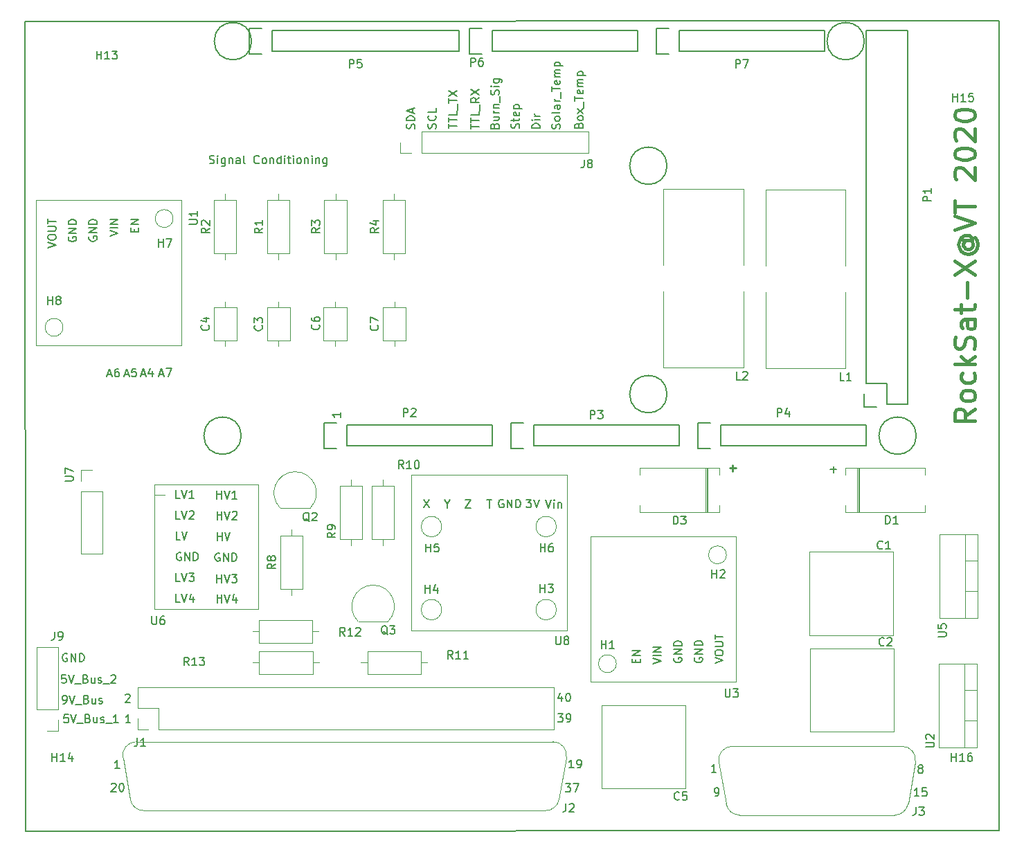
<source format=gbr>
G04 #@! TF.GenerationSoftware,KiCad,Pcbnew,(5.1.5)-3*
G04 #@! TF.CreationDate,2020-04-13T17:51:19-04:00*
G04 #@! TF.ProjectId,Deck_Plate_PCB,4465636b-5f50-46c6-9174-655f5043422e,A*
G04 #@! TF.SameCoordinates,Original*
G04 #@! TF.FileFunction,Legend,Top*
G04 #@! TF.FilePolarity,Positive*
%FSLAX46Y46*%
G04 Gerber Fmt 4.6, Leading zero omitted, Abs format (unit mm)*
G04 Created by KiCad (PCBNEW (5.1.5)-3) date 2020-04-13 17:51:19*
%MOMM*%
%LPD*%
G04 APERTURE LIST*
%ADD10C,0.250000*%
%ADD11C,0.150000*%
%ADD12C,0.400000*%
%ADD13C,0.120000*%
G04 APERTURE END LIST*
D10*
X167549047Y-101121428D02*
X168310952Y-101121428D01*
X167930000Y-101502380D02*
X167930000Y-100740476D01*
D11*
X200560000Y-46390000D02*
X200540000Y-145490000D01*
X81410000Y-46480000D02*
X200560000Y-46390000D01*
X81490000Y-145530000D02*
X81410000Y-46490000D01*
X200540000Y-145490000D02*
X81490000Y-145530000D01*
D12*
X197570952Y-93879523D02*
X196380476Y-94712857D01*
X197570952Y-95308095D02*
X195070952Y-95308095D01*
X195070952Y-94355714D01*
X195190000Y-94117619D01*
X195309047Y-93998571D01*
X195547142Y-93879523D01*
X195904285Y-93879523D01*
X196142380Y-93998571D01*
X196261428Y-94117619D01*
X196380476Y-94355714D01*
X196380476Y-95308095D01*
X197570952Y-92450952D02*
X197451904Y-92689047D01*
X197332857Y-92808095D01*
X197094761Y-92927142D01*
X196380476Y-92927142D01*
X196142380Y-92808095D01*
X196023333Y-92689047D01*
X195904285Y-92450952D01*
X195904285Y-92093809D01*
X196023333Y-91855714D01*
X196142380Y-91736666D01*
X196380476Y-91617619D01*
X197094761Y-91617619D01*
X197332857Y-91736666D01*
X197451904Y-91855714D01*
X197570952Y-92093809D01*
X197570952Y-92450952D01*
X197451904Y-89474761D02*
X197570952Y-89712857D01*
X197570952Y-90189047D01*
X197451904Y-90427142D01*
X197332857Y-90546190D01*
X197094761Y-90665238D01*
X196380476Y-90665238D01*
X196142380Y-90546190D01*
X196023333Y-90427142D01*
X195904285Y-90189047D01*
X195904285Y-89712857D01*
X196023333Y-89474761D01*
X197570952Y-88403333D02*
X195070952Y-88403333D01*
X196618571Y-88165238D02*
X197570952Y-87450952D01*
X195904285Y-87450952D02*
X196856666Y-88403333D01*
X197451904Y-86498571D02*
X197570952Y-86141428D01*
X197570952Y-85546190D01*
X197451904Y-85308095D01*
X197332857Y-85189047D01*
X197094761Y-85070000D01*
X196856666Y-85070000D01*
X196618571Y-85189047D01*
X196499523Y-85308095D01*
X196380476Y-85546190D01*
X196261428Y-86022380D01*
X196142380Y-86260476D01*
X196023333Y-86379523D01*
X195785238Y-86498571D01*
X195547142Y-86498571D01*
X195309047Y-86379523D01*
X195190000Y-86260476D01*
X195070952Y-86022380D01*
X195070952Y-85427142D01*
X195190000Y-85070000D01*
X197570952Y-82927142D02*
X196261428Y-82927142D01*
X196023333Y-83046190D01*
X195904285Y-83284285D01*
X195904285Y-83760476D01*
X196023333Y-83998571D01*
X197451904Y-82927142D02*
X197570952Y-83165238D01*
X197570952Y-83760476D01*
X197451904Y-83998571D01*
X197213809Y-84117619D01*
X196975714Y-84117619D01*
X196737619Y-83998571D01*
X196618571Y-83760476D01*
X196618571Y-83165238D01*
X196499523Y-82927142D01*
X195904285Y-82093809D02*
X195904285Y-81141428D01*
X195070952Y-81736666D02*
X197213809Y-81736666D01*
X197451904Y-81617619D01*
X197570952Y-81379523D01*
X197570952Y-81141428D01*
X196618571Y-80308095D02*
X196618571Y-78403333D01*
X195070952Y-77450952D02*
X197570952Y-75784285D01*
X195070952Y-75784285D02*
X197570952Y-77450952D01*
X196380476Y-73284285D02*
X196261428Y-73403333D01*
X196142380Y-73641428D01*
X196142380Y-73879523D01*
X196261428Y-74117619D01*
X196380476Y-74236666D01*
X196618571Y-74355714D01*
X196856666Y-74355714D01*
X197094761Y-74236666D01*
X197213809Y-74117619D01*
X197332857Y-73879523D01*
X197332857Y-73641428D01*
X197213809Y-73403333D01*
X197094761Y-73284285D01*
X196142380Y-73284285D02*
X197094761Y-73284285D01*
X197213809Y-73165238D01*
X197213809Y-73046190D01*
X197094761Y-72808095D01*
X196856666Y-72689047D01*
X196261428Y-72689047D01*
X195904285Y-72927142D01*
X195666190Y-73284285D01*
X195547142Y-73760476D01*
X195666190Y-74236666D01*
X195904285Y-74593809D01*
X196261428Y-74831904D01*
X196737619Y-74950952D01*
X197213809Y-74831904D01*
X197570952Y-74593809D01*
X197809047Y-74236666D01*
X197928095Y-73760476D01*
X197809047Y-73284285D01*
X197570952Y-72927142D01*
X195070952Y-71974761D02*
X197570952Y-71141428D01*
X195070952Y-70308095D01*
X195070952Y-69831904D02*
X195070952Y-68403333D01*
X197570952Y-69117619D02*
X195070952Y-69117619D01*
X195309047Y-65784285D02*
X195190000Y-65665238D01*
X195070952Y-65427142D01*
X195070952Y-64831904D01*
X195190000Y-64593809D01*
X195309047Y-64474761D01*
X195547142Y-64355714D01*
X195785238Y-64355714D01*
X196142380Y-64474761D01*
X197570952Y-65903333D01*
X197570952Y-64355714D01*
X195070952Y-62808095D02*
X195070952Y-62570000D01*
X195190000Y-62331904D01*
X195309047Y-62212857D01*
X195547142Y-62093809D01*
X196023333Y-61974761D01*
X196618571Y-61974761D01*
X197094761Y-62093809D01*
X197332857Y-62212857D01*
X197451904Y-62331904D01*
X197570952Y-62570000D01*
X197570952Y-62808095D01*
X197451904Y-63046190D01*
X197332857Y-63165238D01*
X197094761Y-63284285D01*
X196618571Y-63403333D01*
X196023333Y-63403333D01*
X195547142Y-63284285D01*
X195309047Y-63165238D01*
X195190000Y-63046190D01*
X195070952Y-62808095D01*
X195309047Y-61022380D02*
X195190000Y-60903333D01*
X195070952Y-60665238D01*
X195070952Y-60070000D01*
X195190000Y-59831904D01*
X195309047Y-59712857D01*
X195547142Y-59593809D01*
X195785238Y-59593809D01*
X196142380Y-59712857D01*
X197570952Y-61141428D01*
X197570952Y-59593809D01*
X195070952Y-58046190D02*
X195070952Y-57808095D01*
X195190000Y-57570000D01*
X195309047Y-57450952D01*
X195547142Y-57331904D01*
X196023333Y-57212857D01*
X196618571Y-57212857D01*
X197094761Y-57331904D01*
X197332857Y-57450952D01*
X197451904Y-57570000D01*
X197570952Y-57808095D01*
X197570952Y-58046190D01*
X197451904Y-58284285D01*
X197332857Y-58403333D01*
X197094761Y-58522380D01*
X196618571Y-58641428D01*
X196023333Y-58641428D01*
X195547142Y-58522380D01*
X195309047Y-58403333D01*
X195190000Y-58284285D01*
X195070952Y-58046190D01*
D11*
X97865714Y-89636666D02*
X98341904Y-89636666D01*
X97770476Y-89922380D02*
X98103809Y-88922380D01*
X98437142Y-89922380D01*
X98675238Y-88922380D02*
X99341904Y-88922380D01*
X98913333Y-89922380D01*
X95635714Y-89656666D02*
X96111904Y-89656666D01*
X95540476Y-89942380D02*
X95873809Y-88942380D01*
X96207142Y-89942380D01*
X96969047Y-89275714D02*
X96969047Y-89942380D01*
X96730952Y-88894761D02*
X96492857Y-89609047D01*
X97111904Y-89609047D01*
X93595714Y-89676666D02*
X94071904Y-89676666D01*
X93500476Y-89962380D02*
X93833809Y-88962380D01*
X94167142Y-89962380D01*
X94976666Y-88962380D02*
X94500476Y-88962380D01*
X94452857Y-89438571D01*
X94500476Y-89390952D01*
X94595714Y-89343333D01*
X94833809Y-89343333D01*
X94929047Y-89390952D01*
X94976666Y-89438571D01*
X95024285Y-89533809D01*
X95024285Y-89771904D01*
X94976666Y-89867142D01*
X94929047Y-89914761D01*
X94833809Y-89962380D01*
X94595714Y-89962380D01*
X94500476Y-89914761D01*
X94452857Y-89867142D01*
X91515714Y-89676666D02*
X91991904Y-89676666D01*
X91420476Y-89962380D02*
X91753809Y-88962380D01*
X92087142Y-89962380D01*
X92849047Y-88962380D02*
X92658571Y-88962380D01*
X92563333Y-89010000D01*
X92515714Y-89057619D01*
X92420476Y-89200476D01*
X92372857Y-89390952D01*
X92372857Y-89771904D01*
X92420476Y-89867142D01*
X92468095Y-89914761D01*
X92563333Y-89962380D01*
X92753809Y-89962380D01*
X92849047Y-89914761D01*
X92896666Y-89867142D01*
X92944285Y-89771904D01*
X92944285Y-89533809D01*
X92896666Y-89438571D01*
X92849047Y-89390952D01*
X92753809Y-89343333D01*
X92563333Y-89343333D01*
X92468095Y-89390952D01*
X92420476Y-89438571D01*
X92372857Y-89533809D01*
X103979523Y-63824761D02*
X104122380Y-63872380D01*
X104360476Y-63872380D01*
X104455714Y-63824761D01*
X104503333Y-63777142D01*
X104550952Y-63681904D01*
X104550952Y-63586666D01*
X104503333Y-63491428D01*
X104455714Y-63443809D01*
X104360476Y-63396190D01*
X104170000Y-63348571D01*
X104074761Y-63300952D01*
X104027142Y-63253333D01*
X103979523Y-63158095D01*
X103979523Y-63062857D01*
X104027142Y-62967619D01*
X104074761Y-62920000D01*
X104170000Y-62872380D01*
X104408095Y-62872380D01*
X104550952Y-62920000D01*
X104979523Y-63872380D02*
X104979523Y-63205714D01*
X104979523Y-62872380D02*
X104931904Y-62920000D01*
X104979523Y-62967619D01*
X105027142Y-62920000D01*
X104979523Y-62872380D01*
X104979523Y-62967619D01*
X105884285Y-63205714D02*
X105884285Y-64015238D01*
X105836666Y-64110476D01*
X105789047Y-64158095D01*
X105693809Y-64205714D01*
X105550952Y-64205714D01*
X105455714Y-64158095D01*
X105884285Y-63824761D02*
X105789047Y-63872380D01*
X105598571Y-63872380D01*
X105503333Y-63824761D01*
X105455714Y-63777142D01*
X105408095Y-63681904D01*
X105408095Y-63396190D01*
X105455714Y-63300952D01*
X105503333Y-63253333D01*
X105598571Y-63205714D01*
X105789047Y-63205714D01*
X105884285Y-63253333D01*
X106360476Y-63205714D02*
X106360476Y-63872380D01*
X106360476Y-63300952D02*
X106408095Y-63253333D01*
X106503333Y-63205714D01*
X106646190Y-63205714D01*
X106741428Y-63253333D01*
X106789047Y-63348571D01*
X106789047Y-63872380D01*
X107693809Y-63872380D02*
X107693809Y-63348571D01*
X107646190Y-63253333D01*
X107550952Y-63205714D01*
X107360476Y-63205714D01*
X107265238Y-63253333D01*
X107693809Y-63824761D02*
X107598571Y-63872380D01*
X107360476Y-63872380D01*
X107265238Y-63824761D01*
X107217619Y-63729523D01*
X107217619Y-63634285D01*
X107265238Y-63539047D01*
X107360476Y-63491428D01*
X107598571Y-63491428D01*
X107693809Y-63443809D01*
X108312857Y-63872380D02*
X108217619Y-63824761D01*
X108170000Y-63729523D01*
X108170000Y-62872380D01*
X110027142Y-63777142D02*
X109979523Y-63824761D01*
X109836666Y-63872380D01*
X109741428Y-63872380D01*
X109598571Y-63824761D01*
X109503333Y-63729523D01*
X109455714Y-63634285D01*
X109408095Y-63443809D01*
X109408095Y-63300952D01*
X109455714Y-63110476D01*
X109503333Y-63015238D01*
X109598571Y-62920000D01*
X109741428Y-62872380D01*
X109836666Y-62872380D01*
X109979523Y-62920000D01*
X110027142Y-62967619D01*
X110598571Y-63872380D02*
X110503333Y-63824761D01*
X110455714Y-63777142D01*
X110408095Y-63681904D01*
X110408095Y-63396190D01*
X110455714Y-63300952D01*
X110503333Y-63253333D01*
X110598571Y-63205714D01*
X110741428Y-63205714D01*
X110836666Y-63253333D01*
X110884285Y-63300952D01*
X110931904Y-63396190D01*
X110931904Y-63681904D01*
X110884285Y-63777142D01*
X110836666Y-63824761D01*
X110741428Y-63872380D01*
X110598571Y-63872380D01*
X111360476Y-63205714D02*
X111360476Y-63872380D01*
X111360476Y-63300952D02*
X111408095Y-63253333D01*
X111503333Y-63205714D01*
X111646190Y-63205714D01*
X111741428Y-63253333D01*
X111789047Y-63348571D01*
X111789047Y-63872380D01*
X112693809Y-63872380D02*
X112693809Y-62872380D01*
X112693809Y-63824761D02*
X112598571Y-63872380D01*
X112408095Y-63872380D01*
X112312857Y-63824761D01*
X112265238Y-63777142D01*
X112217619Y-63681904D01*
X112217619Y-63396190D01*
X112265238Y-63300952D01*
X112312857Y-63253333D01*
X112408095Y-63205714D01*
X112598571Y-63205714D01*
X112693809Y-63253333D01*
X113170000Y-63872380D02*
X113170000Y-63205714D01*
X113170000Y-62872380D02*
X113122380Y-62920000D01*
X113170000Y-62967619D01*
X113217619Y-62920000D01*
X113170000Y-62872380D01*
X113170000Y-62967619D01*
X113503333Y-63205714D02*
X113884285Y-63205714D01*
X113646190Y-62872380D02*
X113646190Y-63729523D01*
X113693809Y-63824761D01*
X113789047Y-63872380D01*
X113884285Y-63872380D01*
X114217619Y-63872380D02*
X114217619Y-63205714D01*
X114217619Y-62872380D02*
X114169999Y-62920000D01*
X114217619Y-62967619D01*
X114265238Y-62920000D01*
X114217619Y-62872380D01*
X114217619Y-62967619D01*
X114836666Y-63872380D02*
X114741428Y-63824761D01*
X114693809Y-63777142D01*
X114646190Y-63681904D01*
X114646190Y-63396190D01*
X114693809Y-63300952D01*
X114741428Y-63253333D01*
X114836666Y-63205714D01*
X114979523Y-63205714D01*
X115074761Y-63253333D01*
X115122380Y-63300952D01*
X115169999Y-63396190D01*
X115169999Y-63681904D01*
X115122380Y-63777142D01*
X115074761Y-63824761D01*
X114979523Y-63872380D01*
X114836666Y-63872380D01*
X115598571Y-63205714D02*
X115598571Y-63872380D01*
X115598571Y-63300952D02*
X115646190Y-63253333D01*
X115741428Y-63205714D01*
X115884285Y-63205714D01*
X115979523Y-63253333D01*
X116027142Y-63348571D01*
X116027142Y-63872380D01*
X116503333Y-63872380D02*
X116503333Y-63205714D01*
X116503333Y-62872380D02*
X116455714Y-62920000D01*
X116503333Y-62967619D01*
X116550952Y-62920000D01*
X116503333Y-62872380D01*
X116503333Y-62967619D01*
X116979523Y-63205714D02*
X116979523Y-63872380D01*
X116979523Y-63300952D02*
X117027142Y-63253333D01*
X117122380Y-63205714D01*
X117265238Y-63205714D01*
X117360476Y-63253333D01*
X117408095Y-63348571D01*
X117408095Y-63872380D01*
X118312857Y-63205714D02*
X118312857Y-64015238D01*
X118265238Y-64110476D01*
X118217619Y-64158095D01*
X118122380Y-64205714D01*
X117979523Y-64205714D01*
X117884285Y-64158095D01*
X118312857Y-63824761D02*
X118217619Y-63872380D01*
X118027142Y-63872380D01*
X117931904Y-63824761D01*
X117884285Y-63777142D01*
X117836666Y-63681904D01*
X117836666Y-63396190D01*
X117884285Y-63300952D01*
X117931904Y-63253333D01*
X118027142Y-63205714D01*
X118217619Y-63205714D01*
X118312857Y-63253333D01*
X149138571Y-59185238D02*
X149186190Y-59042380D01*
X149233809Y-58994761D01*
X149329047Y-58947142D01*
X149471904Y-58947142D01*
X149567142Y-58994761D01*
X149614761Y-59042380D01*
X149662380Y-59137619D01*
X149662380Y-59518571D01*
X148662380Y-59518571D01*
X148662380Y-59185238D01*
X148710000Y-59090000D01*
X148757619Y-59042380D01*
X148852857Y-58994761D01*
X148948095Y-58994761D01*
X149043333Y-59042380D01*
X149090952Y-59090000D01*
X149138571Y-59185238D01*
X149138571Y-59518571D01*
X149662380Y-58375714D02*
X149614761Y-58470952D01*
X149567142Y-58518571D01*
X149471904Y-58566190D01*
X149186190Y-58566190D01*
X149090952Y-58518571D01*
X149043333Y-58470952D01*
X148995714Y-58375714D01*
X148995714Y-58232857D01*
X149043333Y-58137619D01*
X149090952Y-58090000D01*
X149186190Y-58042380D01*
X149471904Y-58042380D01*
X149567142Y-58090000D01*
X149614761Y-58137619D01*
X149662380Y-58232857D01*
X149662380Y-58375714D01*
X149662380Y-57709047D02*
X148995714Y-57185238D01*
X148995714Y-57709047D02*
X149662380Y-57185238D01*
X149757619Y-57042380D02*
X149757619Y-56280476D01*
X148662380Y-56185238D02*
X148662380Y-55613809D01*
X149662380Y-55899523D02*
X148662380Y-55899523D01*
X149614761Y-54899523D02*
X149662380Y-54994761D01*
X149662380Y-55185238D01*
X149614761Y-55280476D01*
X149519523Y-55328095D01*
X149138571Y-55328095D01*
X149043333Y-55280476D01*
X148995714Y-55185238D01*
X148995714Y-54994761D01*
X149043333Y-54899523D01*
X149138571Y-54851904D01*
X149233809Y-54851904D01*
X149329047Y-55328095D01*
X149662380Y-54423333D02*
X148995714Y-54423333D01*
X149090952Y-54423333D02*
X149043333Y-54375714D01*
X148995714Y-54280476D01*
X148995714Y-54137619D01*
X149043333Y-54042380D01*
X149138571Y-53994761D01*
X149662380Y-53994761D01*
X149138571Y-53994761D02*
X149043333Y-53947142D01*
X148995714Y-53851904D01*
X148995714Y-53709047D01*
X149043333Y-53613809D01*
X149138571Y-53566190D01*
X149662380Y-53566190D01*
X148995714Y-53090000D02*
X149995714Y-53090000D01*
X149043333Y-53090000D02*
X148995714Y-52994761D01*
X148995714Y-52804285D01*
X149043333Y-52709047D01*
X149090952Y-52661428D01*
X149186190Y-52613809D01*
X149471904Y-52613809D01*
X149567142Y-52661428D01*
X149614761Y-52709047D01*
X149662380Y-52804285D01*
X149662380Y-52994761D01*
X149614761Y-53090000D01*
X146804761Y-59591428D02*
X146852380Y-59448571D01*
X146852380Y-59210476D01*
X146804761Y-59115238D01*
X146757142Y-59067619D01*
X146661904Y-59020000D01*
X146566666Y-59020000D01*
X146471428Y-59067619D01*
X146423809Y-59115238D01*
X146376190Y-59210476D01*
X146328571Y-59400952D01*
X146280952Y-59496190D01*
X146233333Y-59543809D01*
X146138095Y-59591428D01*
X146042857Y-59591428D01*
X145947619Y-59543809D01*
X145900000Y-59496190D01*
X145852380Y-59400952D01*
X145852380Y-59162857D01*
X145900000Y-59020000D01*
X146852380Y-58448571D02*
X146804761Y-58543809D01*
X146757142Y-58591428D01*
X146661904Y-58639047D01*
X146376190Y-58639047D01*
X146280952Y-58591428D01*
X146233333Y-58543809D01*
X146185714Y-58448571D01*
X146185714Y-58305714D01*
X146233333Y-58210476D01*
X146280952Y-58162857D01*
X146376190Y-58115238D01*
X146661904Y-58115238D01*
X146757142Y-58162857D01*
X146804761Y-58210476D01*
X146852380Y-58305714D01*
X146852380Y-58448571D01*
X146852380Y-57543809D02*
X146804761Y-57639047D01*
X146709523Y-57686666D01*
X145852380Y-57686666D01*
X146852380Y-56734285D02*
X146328571Y-56734285D01*
X146233333Y-56781904D01*
X146185714Y-56877142D01*
X146185714Y-57067619D01*
X146233333Y-57162857D01*
X146804761Y-56734285D02*
X146852380Y-56829523D01*
X146852380Y-57067619D01*
X146804761Y-57162857D01*
X146709523Y-57210476D01*
X146614285Y-57210476D01*
X146519047Y-57162857D01*
X146471428Y-57067619D01*
X146471428Y-56829523D01*
X146423809Y-56734285D01*
X146852380Y-56258095D02*
X146185714Y-56258095D01*
X146376190Y-56258095D02*
X146280952Y-56210476D01*
X146233333Y-56162857D01*
X146185714Y-56067619D01*
X146185714Y-55972380D01*
X146947619Y-55877142D02*
X146947619Y-55115238D01*
X145852380Y-55020000D02*
X145852380Y-54448571D01*
X146852380Y-54734285D02*
X145852380Y-54734285D01*
X146804761Y-53734285D02*
X146852380Y-53829523D01*
X146852380Y-54020000D01*
X146804761Y-54115238D01*
X146709523Y-54162857D01*
X146328571Y-54162857D01*
X146233333Y-54115238D01*
X146185714Y-54020000D01*
X146185714Y-53829523D01*
X146233333Y-53734285D01*
X146328571Y-53686666D01*
X146423809Y-53686666D01*
X146519047Y-54162857D01*
X146852380Y-53258095D02*
X146185714Y-53258095D01*
X146280952Y-53258095D02*
X146233333Y-53210476D01*
X146185714Y-53115238D01*
X146185714Y-52972380D01*
X146233333Y-52877142D01*
X146328571Y-52829523D01*
X146852380Y-52829523D01*
X146328571Y-52829523D02*
X146233333Y-52781904D01*
X146185714Y-52686666D01*
X146185714Y-52543809D01*
X146233333Y-52448571D01*
X146328571Y-52400952D01*
X146852380Y-52400952D01*
X146185714Y-51924761D02*
X147185714Y-51924761D01*
X146233333Y-51924761D02*
X146185714Y-51829523D01*
X146185714Y-51639047D01*
X146233333Y-51543809D01*
X146280952Y-51496190D01*
X146376190Y-51448571D01*
X146661904Y-51448571D01*
X146757142Y-51496190D01*
X146804761Y-51543809D01*
X146852380Y-51639047D01*
X146852380Y-51829523D01*
X146804761Y-51924761D01*
X144392380Y-59539523D02*
X143392380Y-59539523D01*
X143392380Y-59301428D01*
X143440000Y-59158571D01*
X143535238Y-59063333D01*
X143630476Y-59015714D01*
X143820952Y-58968095D01*
X143963809Y-58968095D01*
X144154285Y-59015714D01*
X144249523Y-59063333D01*
X144344761Y-59158571D01*
X144392380Y-59301428D01*
X144392380Y-59539523D01*
X144392380Y-58539523D02*
X143725714Y-58539523D01*
X143392380Y-58539523D02*
X143440000Y-58587142D01*
X143487619Y-58539523D01*
X143440000Y-58491904D01*
X143392380Y-58539523D01*
X143487619Y-58539523D01*
X144392380Y-58063333D02*
X143725714Y-58063333D01*
X143916190Y-58063333D02*
X143820952Y-58015714D01*
X143773333Y-57968095D01*
X143725714Y-57872857D01*
X143725714Y-57777619D01*
X141824761Y-59562380D02*
X141872380Y-59419523D01*
X141872380Y-59181428D01*
X141824761Y-59086190D01*
X141777142Y-59038571D01*
X141681904Y-58990952D01*
X141586666Y-58990952D01*
X141491428Y-59038571D01*
X141443809Y-59086190D01*
X141396190Y-59181428D01*
X141348571Y-59371904D01*
X141300952Y-59467142D01*
X141253333Y-59514761D01*
X141158095Y-59562380D01*
X141062857Y-59562380D01*
X140967619Y-59514761D01*
X140920000Y-59467142D01*
X140872380Y-59371904D01*
X140872380Y-59133809D01*
X140920000Y-58990952D01*
X141205714Y-58705238D02*
X141205714Y-58324285D01*
X140872380Y-58562380D02*
X141729523Y-58562380D01*
X141824761Y-58514761D01*
X141872380Y-58419523D01*
X141872380Y-58324285D01*
X141824761Y-57610000D02*
X141872380Y-57705238D01*
X141872380Y-57895714D01*
X141824761Y-57990952D01*
X141729523Y-58038571D01*
X141348571Y-58038571D01*
X141253333Y-57990952D01*
X141205714Y-57895714D01*
X141205714Y-57705238D01*
X141253333Y-57610000D01*
X141348571Y-57562380D01*
X141443809Y-57562380D01*
X141539047Y-58038571D01*
X141205714Y-57133809D02*
X142205714Y-57133809D01*
X141253333Y-57133809D02*
X141205714Y-57038571D01*
X141205714Y-56848095D01*
X141253333Y-56752857D01*
X141300952Y-56705238D01*
X141396190Y-56657619D01*
X141681904Y-56657619D01*
X141777142Y-56705238D01*
X141824761Y-56752857D01*
X141872380Y-56848095D01*
X141872380Y-57038571D01*
X141824761Y-57133809D01*
X138838571Y-59240476D02*
X138886190Y-59097619D01*
X138933809Y-59050000D01*
X139029047Y-59002380D01*
X139171904Y-59002380D01*
X139267142Y-59050000D01*
X139314761Y-59097619D01*
X139362380Y-59192857D01*
X139362380Y-59573809D01*
X138362380Y-59573809D01*
X138362380Y-59240476D01*
X138410000Y-59145238D01*
X138457619Y-59097619D01*
X138552857Y-59050000D01*
X138648095Y-59050000D01*
X138743333Y-59097619D01*
X138790952Y-59145238D01*
X138838571Y-59240476D01*
X138838571Y-59573809D01*
X138695714Y-58145238D02*
X139362380Y-58145238D01*
X138695714Y-58573809D02*
X139219523Y-58573809D01*
X139314761Y-58526190D01*
X139362380Y-58430952D01*
X139362380Y-58288095D01*
X139314761Y-58192857D01*
X139267142Y-58145238D01*
X139362380Y-57669047D02*
X138695714Y-57669047D01*
X138886190Y-57669047D02*
X138790952Y-57621428D01*
X138743333Y-57573809D01*
X138695714Y-57478571D01*
X138695714Y-57383333D01*
X138695714Y-57050000D02*
X139362380Y-57050000D01*
X138790952Y-57050000D02*
X138743333Y-57002380D01*
X138695714Y-56907142D01*
X138695714Y-56764285D01*
X138743333Y-56669047D01*
X138838571Y-56621428D01*
X139362380Y-56621428D01*
X139457619Y-56383333D02*
X139457619Y-55621428D01*
X139314761Y-55430952D02*
X139362380Y-55288095D01*
X139362380Y-55050000D01*
X139314761Y-54954761D01*
X139267142Y-54907142D01*
X139171904Y-54859523D01*
X139076666Y-54859523D01*
X138981428Y-54907142D01*
X138933809Y-54954761D01*
X138886190Y-55050000D01*
X138838571Y-55240476D01*
X138790952Y-55335714D01*
X138743333Y-55383333D01*
X138648095Y-55430952D01*
X138552857Y-55430952D01*
X138457619Y-55383333D01*
X138410000Y-55335714D01*
X138362380Y-55240476D01*
X138362380Y-55002380D01*
X138410000Y-54859523D01*
X139362380Y-54430952D02*
X138695714Y-54430952D01*
X138362380Y-54430952D02*
X138410000Y-54478571D01*
X138457619Y-54430952D01*
X138410000Y-54383333D01*
X138362380Y-54430952D01*
X138457619Y-54430952D01*
X138695714Y-53526190D02*
X139505238Y-53526190D01*
X139600476Y-53573809D01*
X139648095Y-53621428D01*
X139695714Y-53716666D01*
X139695714Y-53859523D01*
X139648095Y-53954761D01*
X139314761Y-53526190D02*
X139362380Y-53621428D01*
X139362380Y-53811904D01*
X139314761Y-53907142D01*
X139267142Y-53954761D01*
X139171904Y-54002380D01*
X138886190Y-54002380D01*
X138790952Y-53954761D01*
X138743333Y-53907142D01*
X138695714Y-53811904D01*
X138695714Y-53621428D01*
X138743333Y-53526190D01*
X135962380Y-59608571D02*
X135962380Y-59037142D01*
X136962380Y-59322857D02*
X135962380Y-59322857D01*
X135962380Y-58846666D02*
X135962380Y-58275238D01*
X136962380Y-58560952D02*
X135962380Y-58560952D01*
X136962380Y-57465714D02*
X136962380Y-57941904D01*
X135962380Y-57941904D01*
X137057619Y-57370476D02*
X137057619Y-56608571D01*
X136962380Y-55799047D02*
X136486190Y-56132380D01*
X136962380Y-56370476D02*
X135962380Y-56370476D01*
X135962380Y-55989523D01*
X136010000Y-55894285D01*
X136057619Y-55846666D01*
X136152857Y-55799047D01*
X136295714Y-55799047D01*
X136390952Y-55846666D01*
X136438571Y-55894285D01*
X136486190Y-55989523D01*
X136486190Y-56370476D01*
X135962380Y-55465714D02*
X136962380Y-54799047D01*
X135962380Y-54799047D02*
X136962380Y-55465714D01*
X133252380Y-59559523D02*
X133252380Y-58988095D01*
X134252380Y-59273809D02*
X133252380Y-59273809D01*
X133252380Y-58797619D02*
X133252380Y-58226190D01*
X134252380Y-58511904D02*
X133252380Y-58511904D01*
X134252380Y-57416666D02*
X134252380Y-57892857D01*
X133252380Y-57892857D01*
X134347619Y-57321428D02*
X134347619Y-56559523D01*
X133252380Y-56464285D02*
X133252380Y-55892857D01*
X134252380Y-56178571D02*
X133252380Y-56178571D01*
X133252380Y-55654761D02*
X134252380Y-54988095D01*
X133252380Y-54988095D02*
X134252380Y-55654761D01*
X131624761Y-59570476D02*
X131672380Y-59427619D01*
X131672380Y-59189523D01*
X131624761Y-59094285D01*
X131577142Y-59046666D01*
X131481904Y-58999047D01*
X131386666Y-58999047D01*
X131291428Y-59046666D01*
X131243809Y-59094285D01*
X131196190Y-59189523D01*
X131148571Y-59380000D01*
X131100952Y-59475238D01*
X131053333Y-59522857D01*
X130958095Y-59570476D01*
X130862857Y-59570476D01*
X130767619Y-59522857D01*
X130720000Y-59475238D01*
X130672380Y-59380000D01*
X130672380Y-59141904D01*
X130720000Y-58999047D01*
X131577142Y-57999047D02*
X131624761Y-58046666D01*
X131672380Y-58189523D01*
X131672380Y-58284761D01*
X131624761Y-58427619D01*
X131529523Y-58522857D01*
X131434285Y-58570476D01*
X131243809Y-58618095D01*
X131100952Y-58618095D01*
X130910476Y-58570476D01*
X130815238Y-58522857D01*
X130720000Y-58427619D01*
X130672380Y-58284761D01*
X130672380Y-58189523D01*
X130720000Y-58046666D01*
X130767619Y-57999047D01*
X131672380Y-57094285D02*
X131672380Y-57570476D01*
X130672380Y-57570476D01*
X129034761Y-59614285D02*
X129082380Y-59471428D01*
X129082380Y-59233333D01*
X129034761Y-59138095D01*
X128987142Y-59090476D01*
X128891904Y-59042857D01*
X128796666Y-59042857D01*
X128701428Y-59090476D01*
X128653809Y-59138095D01*
X128606190Y-59233333D01*
X128558571Y-59423809D01*
X128510952Y-59519047D01*
X128463333Y-59566666D01*
X128368095Y-59614285D01*
X128272857Y-59614285D01*
X128177619Y-59566666D01*
X128130000Y-59519047D01*
X128082380Y-59423809D01*
X128082380Y-59185714D01*
X128130000Y-59042857D01*
X129082380Y-58614285D02*
X128082380Y-58614285D01*
X128082380Y-58376190D01*
X128130000Y-58233333D01*
X128225238Y-58138095D01*
X128320476Y-58090476D01*
X128510952Y-58042857D01*
X128653809Y-58042857D01*
X128844285Y-58090476D01*
X128939523Y-58138095D01*
X129034761Y-58233333D01*
X129082380Y-58376190D01*
X129082380Y-58614285D01*
X128796666Y-57661904D02*
X128796666Y-57185714D01*
X129082380Y-57757142D02*
X128082380Y-57423809D01*
X129082380Y-57090476D01*
X147054285Y-128995714D02*
X147054285Y-129662380D01*
X146816190Y-128614761D02*
X146578095Y-129329047D01*
X147197142Y-129329047D01*
X147768571Y-128662380D02*
X147863809Y-128662380D01*
X147959047Y-128710000D01*
X148006666Y-128757619D01*
X148054285Y-128852857D01*
X148101904Y-129043333D01*
X148101904Y-129281428D01*
X148054285Y-129471904D01*
X148006666Y-129567142D01*
X147959047Y-129614761D01*
X147863809Y-129662380D01*
X147768571Y-129662380D01*
X147673333Y-129614761D01*
X147625714Y-129567142D01*
X147578095Y-129471904D01*
X147530476Y-129281428D01*
X147530476Y-129043333D01*
X147578095Y-128852857D01*
X147625714Y-128757619D01*
X147673333Y-128710000D01*
X147768571Y-128662380D01*
X146570476Y-131192380D02*
X147189523Y-131192380D01*
X146856190Y-131573333D01*
X146999047Y-131573333D01*
X147094285Y-131620952D01*
X147141904Y-131668571D01*
X147189523Y-131763809D01*
X147189523Y-132001904D01*
X147141904Y-132097142D01*
X147094285Y-132144761D01*
X146999047Y-132192380D01*
X146713333Y-132192380D01*
X146618095Y-132144761D01*
X146570476Y-132097142D01*
X147665714Y-132192380D02*
X147856190Y-132192380D01*
X147951428Y-132144761D01*
X147999047Y-132097142D01*
X148094285Y-131954285D01*
X148141904Y-131763809D01*
X148141904Y-131382857D01*
X148094285Y-131287619D01*
X148046666Y-131240000D01*
X147951428Y-131192380D01*
X147760952Y-131192380D01*
X147665714Y-131240000D01*
X147618095Y-131287619D01*
X147570476Y-131382857D01*
X147570476Y-131620952D01*
X147618095Y-131716190D01*
X147665714Y-131763809D01*
X147760952Y-131811428D01*
X147951428Y-131811428D01*
X148046666Y-131763809D01*
X148094285Y-131716190D01*
X148141904Y-131620952D01*
X93684285Y-128857619D02*
X93731904Y-128810000D01*
X93827142Y-128762380D01*
X94065238Y-128762380D01*
X94160476Y-128810000D01*
X94208095Y-128857619D01*
X94255714Y-128952857D01*
X94255714Y-129048095D01*
X94208095Y-129190952D01*
X93636666Y-129762380D01*
X94255714Y-129762380D01*
X94295714Y-132262380D02*
X93724285Y-132262380D01*
X94010000Y-132262380D02*
X94010000Y-131262380D01*
X93914761Y-131405238D01*
X93819523Y-131500476D01*
X93724285Y-131548095D01*
X86558095Y-123840000D02*
X86462857Y-123792380D01*
X86320000Y-123792380D01*
X86177142Y-123840000D01*
X86081904Y-123935238D01*
X86034285Y-124030476D01*
X85986666Y-124220952D01*
X85986666Y-124363809D01*
X86034285Y-124554285D01*
X86081904Y-124649523D01*
X86177142Y-124744761D01*
X86320000Y-124792380D01*
X86415238Y-124792380D01*
X86558095Y-124744761D01*
X86605714Y-124697142D01*
X86605714Y-124363809D01*
X86415238Y-124363809D01*
X87034285Y-124792380D02*
X87034285Y-123792380D01*
X87605714Y-124792380D01*
X87605714Y-123792380D01*
X88081904Y-124792380D02*
X88081904Y-123792380D01*
X88320000Y-123792380D01*
X88462857Y-123840000D01*
X88558095Y-123935238D01*
X88605714Y-124030476D01*
X88653333Y-124220952D01*
X88653333Y-124363809D01*
X88605714Y-124554285D01*
X88558095Y-124649523D01*
X88462857Y-124744761D01*
X88320000Y-124792380D01*
X88081904Y-124792380D01*
X86404285Y-126422380D02*
X85928095Y-126422380D01*
X85880476Y-126898571D01*
X85928095Y-126850952D01*
X86023333Y-126803333D01*
X86261428Y-126803333D01*
X86356666Y-126850952D01*
X86404285Y-126898571D01*
X86451904Y-126993809D01*
X86451904Y-127231904D01*
X86404285Y-127327142D01*
X86356666Y-127374761D01*
X86261428Y-127422380D01*
X86023333Y-127422380D01*
X85928095Y-127374761D01*
X85880476Y-127327142D01*
X86737619Y-126422380D02*
X87070952Y-127422380D01*
X87404285Y-126422380D01*
X87499523Y-127517619D02*
X88261428Y-127517619D01*
X88832857Y-126898571D02*
X88975714Y-126946190D01*
X89023333Y-126993809D01*
X89070952Y-127089047D01*
X89070952Y-127231904D01*
X89023333Y-127327142D01*
X88975714Y-127374761D01*
X88880476Y-127422380D01*
X88499523Y-127422380D01*
X88499523Y-126422380D01*
X88832857Y-126422380D01*
X88928095Y-126470000D01*
X88975714Y-126517619D01*
X89023333Y-126612857D01*
X89023333Y-126708095D01*
X88975714Y-126803333D01*
X88928095Y-126850952D01*
X88832857Y-126898571D01*
X88499523Y-126898571D01*
X89928095Y-126755714D02*
X89928095Y-127422380D01*
X89499523Y-126755714D02*
X89499523Y-127279523D01*
X89547142Y-127374761D01*
X89642380Y-127422380D01*
X89785238Y-127422380D01*
X89880476Y-127374761D01*
X89928095Y-127327142D01*
X90356666Y-127374761D02*
X90451904Y-127422380D01*
X90642380Y-127422380D01*
X90737619Y-127374761D01*
X90785238Y-127279523D01*
X90785238Y-127231904D01*
X90737619Y-127136666D01*
X90642380Y-127089047D01*
X90499523Y-127089047D01*
X90404285Y-127041428D01*
X90356666Y-126946190D01*
X90356666Y-126898571D01*
X90404285Y-126803333D01*
X90499523Y-126755714D01*
X90642380Y-126755714D01*
X90737619Y-126803333D01*
X90975714Y-127517619D02*
X91737619Y-127517619D01*
X91928095Y-126517619D02*
X91975714Y-126470000D01*
X92070952Y-126422380D01*
X92309047Y-126422380D01*
X92404285Y-126470000D01*
X92451904Y-126517619D01*
X92499523Y-126612857D01*
X92499523Y-126708095D01*
X92451904Y-126850952D01*
X91880476Y-127422380D01*
X92499523Y-127422380D01*
X86062857Y-129932380D02*
X86253333Y-129932380D01*
X86348571Y-129884761D01*
X86396190Y-129837142D01*
X86491428Y-129694285D01*
X86539047Y-129503809D01*
X86539047Y-129122857D01*
X86491428Y-129027619D01*
X86443809Y-128980000D01*
X86348571Y-128932380D01*
X86158095Y-128932380D01*
X86062857Y-128980000D01*
X86015238Y-129027619D01*
X85967619Y-129122857D01*
X85967619Y-129360952D01*
X86015238Y-129456190D01*
X86062857Y-129503809D01*
X86158095Y-129551428D01*
X86348571Y-129551428D01*
X86443809Y-129503809D01*
X86491428Y-129456190D01*
X86539047Y-129360952D01*
X86824761Y-128932380D02*
X87158095Y-129932380D01*
X87491428Y-128932380D01*
X87586666Y-130027619D02*
X88348571Y-130027619D01*
X88920000Y-129408571D02*
X89062857Y-129456190D01*
X89110476Y-129503809D01*
X89158095Y-129599047D01*
X89158095Y-129741904D01*
X89110476Y-129837142D01*
X89062857Y-129884761D01*
X88967619Y-129932380D01*
X88586666Y-129932380D01*
X88586666Y-128932380D01*
X88920000Y-128932380D01*
X89015238Y-128980000D01*
X89062857Y-129027619D01*
X89110476Y-129122857D01*
X89110476Y-129218095D01*
X89062857Y-129313333D01*
X89015238Y-129360952D01*
X88920000Y-129408571D01*
X88586666Y-129408571D01*
X90015238Y-129265714D02*
X90015238Y-129932380D01*
X89586666Y-129265714D02*
X89586666Y-129789523D01*
X89634285Y-129884761D01*
X89729523Y-129932380D01*
X89872380Y-129932380D01*
X89967619Y-129884761D01*
X90015238Y-129837142D01*
X90443809Y-129884761D02*
X90539047Y-129932380D01*
X90729523Y-129932380D01*
X90824761Y-129884761D01*
X90872380Y-129789523D01*
X90872380Y-129741904D01*
X90824761Y-129646666D01*
X90729523Y-129599047D01*
X90586666Y-129599047D01*
X90491428Y-129551428D01*
X90443809Y-129456190D01*
X90443809Y-129408571D01*
X90491428Y-129313333D01*
X90586666Y-129265714D01*
X90729523Y-129265714D01*
X90824761Y-129313333D01*
X86694285Y-131262380D02*
X86218095Y-131262380D01*
X86170476Y-131738571D01*
X86218095Y-131690952D01*
X86313333Y-131643333D01*
X86551428Y-131643333D01*
X86646666Y-131690952D01*
X86694285Y-131738571D01*
X86741904Y-131833809D01*
X86741904Y-132071904D01*
X86694285Y-132167142D01*
X86646666Y-132214761D01*
X86551428Y-132262380D01*
X86313333Y-132262380D01*
X86218095Y-132214761D01*
X86170476Y-132167142D01*
X87027619Y-131262380D02*
X87360952Y-132262380D01*
X87694285Y-131262380D01*
X87789523Y-132357619D02*
X88551428Y-132357619D01*
X89122857Y-131738571D02*
X89265714Y-131786190D01*
X89313333Y-131833809D01*
X89360952Y-131929047D01*
X89360952Y-132071904D01*
X89313333Y-132167142D01*
X89265714Y-132214761D01*
X89170476Y-132262380D01*
X88789523Y-132262380D01*
X88789523Y-131262380D01*
X89122857Y-131262380D01*
X89218095Y-131310000D01*
X89265714Y-131357619D01*
X89313333Y-131452857D01*
X89313333Y-131548095D01*
X89265714Y-131643333D01*
X89218095Y-131690952D01*
X89122857Y-131738571D01*
X88789523Y-131738571D01*
X90218095Y-131595714D02*
X90218095Y-132262380D01*
X89789523Y-131595714D02*
X89789523Y-132119523D01*
X89837142Y-132214761D01*
X89932380Y-132262380D01*
X90075238Y-132262380D01*
X90170476Y-132214761D01*
X90218095Y-132167142D01*
X90646666Y-132214761D02*
X90741904Y-132262380D01*
X90932380Y-132262380D01*
X91027619Y-132214761D01*
X91075238Y-132119523D01*
X91075238Y-132071904D01*
X91027619Y-131976666D01*
X90932380Y-131929047D01*
X90789523Y-131929047D01*
X90694285Y-131881428D01*
X90646666Y-131786190D01*
X90646666Y-131738571D01*
X90694285Y-131643333D01*
X90789523Y-131595714D01*
X90932380Y-131595714D01*
X91027619Y-131643333D01*
X91265714Y-132357619D02*
X92027619Y-132357619D01*
X92789523Y-132262380D02*
X92218095Y-132262380D01*
X92503809Y-132262380D02*
X92503809Y-131262380D01*
X92408571Y-131405238D01*
X92313333Y-131500476D01*
X92218095Y-131548095D01*
X119984780Y-94329285D02*
X119984780Y-94900714D01*
X119984780Y-94615000D02*
X118984780Y-94615000D01*
X119127638Y-94710238D01*
X119222876Y-94805476D01*
X119270495Y-94900714D01*
D13*
X93383530Y-136548256D02*
G75*
G02X95018311Y-134600000I1634781J288256D01*
G01*
X147616470Y-136548256D02*
G75*
G03X145981689Y-134600000I-1634781J288256D01*
G01*
X94282798Y-141648256D02*
G75*
G03X95917579Y-143020000I1634781J288256D01*
G01*
X146717202Y-141648256D02*
G75*
G02X145082421Y-143020000I-1634781J288256D01*
G01*
X95018311Y-134600000D02*
X145981689Y-134600000D01*
X95917579Y-143020000D02*
X145082421Y-143020000D01*
X147616470Y-136548256D02*
X146717202Y-141648256D01*
X93383530Y-136548256D02*
X94282798Y-141648256D01*
X86053000Y-83904800D02*
G75*
G03X86053000Y-83904800I-1090000J0D01*
G01*
X99517200Y-70593000D02*
G75*
G03X99517200Y-70593000I-1090000J0D01*
G01*
X82730000Y-86140000D02*
X82730000Y-68360000D01*
X100510000Y-86140000D02*
X82730000Y-86140000D01*
X100510000Y-68360000D02*
X100510000Y-86140000D01*
X82730000Y-68360000D02*
X100510000Y-68360000D01*
X169260000Y-88845000D02*
X159490000Y-88845000D01*
X169260000Y-67015000D02*
X159490000Y-67015000D01*
X159490000Y-79538000D02*
X159490000Y-88845000D01*
X159490000Y-67015000D02*
X159490000Y-76322000D01*
X169260000Y-79538000D02*
X169260000Y-88845000D01*
X169260000Y-67015000D02*
X169260000Y-76322000D01*
X171960000Y-67085000D02*
X181730000Y-67085000D01*
X171960000Y-88915000D02*
X181730000Y-88915000D01*
X181730000Y-76392000D02*
X181730000Y-67085000D01*
X181730000Y-88915000D02*
X181730000Y-79608000D01*
X171960000Y-76392000D02*
X171960000Y-67085000D01*
X171960000Y-88915000D02*
X171960000Y-79608000D01*
X187529600Y-121589200D02*
X177318800Y-121589200D01*
X187529600Y-121589200D02*
X187529600Y-111378400D01*
X187529600Y-111378400D02*
X177318800Y-111378400D01*
X177318800Y-121589200D02*
X177318800Y-111378400D01*
X125196600Y-110618400D02*
X125196600Y-109848400D01*
X125196600Y-102538400D02*
X125196600Y-103308400D01*
X126566600Y-109848400D02*
X126566600Y-103308400D01*
X123826600Y-109848400D02*
X126566600Y-109848400D01*
X123826600Y-103308400D02*
X123826600Y-109848400D01*
X126566600Y-103308400D02*
X123826600Y-103308400D01*
X126550000Y-67540000D02*
X126550000Y-68310000D01*
X126550000Y-75620000D02*
X126550000Y-74850000D01*
X125180000Y-68310000D02*
X125180000Y-74850000D01*
X127920000Y-68310000D02*
X125180000Y-68310000D01*
X127920000Y-74850000D02*
X127920000Y-68310000D01*
X125180000Y-74850000D02*
X127920000Y-74850000D01*
X105890000Y-67570000D02*
X105890000Y-68340000D01*
X105890000Y-75650000D02*
X105890000Y-74880000D01*
X104520000Y-68340000D02*
X104520000Y-74880000D01*
X107260000Y-68340000D02*
X104520000Y-68340000D01*
X107260000Y-74880000D02*
X107260000Y-68340000D01*
X104520000Y-74880000D02*
X107260000Y-74880000D01*
X112400000Y-67570000D02*
X112400000Y-68340000D01*
X112400000Y-75650000D02*
X112400000Y-74880000D01*
X111030000Y-68340000D02*
X111030000Y-74880000D01*
X113770000Y-68340000D02*
X111030000Y-68340000D01*
X113770000Y-74880000D02*
X113770000Y-68340000D01*
X111030000Y-74880000D02*
X113770000Y-74880000D01*
X126580000Y-80780000D02*
X126580000Y-81470000D01*
X126580000Y-86200000D02*
X126580000Y-85510000D01*
X125160000Y-81470000D02*
X125160000Y-85510000D01*
X128000000Y-81470000D02*
X125160000Y-81470000D01*
X128000000Y-85510000D02*
X128000000Y-81470000D01*
X125160000Y-85510000D02*
X128000000Y-85510000D01*
X105910000Y-80770000D02*
X105910000Y-81460000D01*
X105910000Y-86190000D02*
X105910000Y-85500000D01*
X104490000Y-81460000D02*
X104490000Y-85500000D01*
X107330000Y-81460000D02*
X104490000Y-81460000D01*
X107330000Y-85500000D02*
X107330000Y-81460000D01*
X104490000Y-85500000D02*
X107330000Y-85500000D01*
X112420000Y-80800000D02*
X112420000Y-81490000D01*
X112420000Y-86220000D02*
X112420000Y-85530000D01*
X111000000Y-81490000D02*
X111000000Y-85530000D01*
X113840000Y-81490000D02*
X111000000Y-81490000D01*
X113840000Y-85530000D02*
X113840000Y-81490000D01*
X111000000Y-85530000D02*
X113840000Y-85530000D01*
X95164600Y-133105200D02*
X95164600Y-131775200D01*
X96494600Y-133105200D02*
X95164600Y-133105200D01*
X95164600Y-130505200D02*
X95164600Y-127905200D01*
X97764600Y-130505200D02*
X95164600Y-130505200D01*
X97764600Y-133105200D02*
X97764600Y-130505200D01*
X95164600Y-127905200D02*
X146084600Y-127905200D01*
X97764600Y-133105200D02*
X146084600Y-133105200D01*
X146084600Y-133105200D02*
X146084600Y-127905200D01*
X119380000Y-67550000D02*
X119380000Y-68320000D01*
X119380000Y-75630000D02*
X119380000Y-74860000D01*
X118010000Y-68320000D02*
X118010000Y-74860000D01*
X120750000Y-68320000D02*
X118010000Y-68320000D01*
X120750000Y-74860000D02*
X120750000Y-68320000D01*
X118010000Y-74860000D02*
X120750000Y-74860000D01*
X119350000Y-80800000D02*
X119350000Y-81490000D01*
X119350000Y-86220000D02*
X119350000Y-85530000D01*
X117930000Y-81490000D02*
X117930000Y-85530000D01*
X120770000Y-81490000D02*
X117930000Y-81490000D01*
X120770000Y-85530000D02*
X120770000Y-81490000D01*
X117930000Y-85530000D02*
X120770000Y-85530000D01*
X85480000Y-133280000D02*
X84150000Y-133280000D01*
X85480000Y-131950000D02*
X85480000Y-133280000D01*
X85480000Y-130680000D02*
X82820000Y-130680000D01*
X82820000Y-130680000D02*
X82820000Y-123000000D01*
X85480000Y-130680000D02*
X85480000Y-123000000D01*
X85480000Y-123000000D02*
X82820000Y-123000000D01*
X164875000Y-106540000D02*
X164875000Y-101100000D01*
X164635000Y-106540000D02*
X164635000Y-101100000D01*
X164755000Y-106540000D02*
X164755000Y-101100000D01*
X156560000Y-101100000D02*
X156560000Y-101980000D01*
X166300000Y-101100000D02*
X156560000Y-101100000D01*
X166300000Y-101980000D02*
X166300000Y-101100000D01*
X156560000Y-106540000D02*
X156560000Y-105660000D01*
X166300000Y-106540000D02*
X156560000Y-106540000D01*
X166300000Y-105660000D02*
X166300000Y-106540000D01*
X183185000Y-101090000D02*
X183185000Y-106530000D01*
X183425000Y-101090000D02*
X183425000Y-106530000D01*
X183305000Y-101090000D02*
X183305000Y-106530000D01*
X191500000Y-106530000D02*
X191500000Y-105650000D01*
X181760000Y-106530000D02*
X191500000Y-106530000D01*
X181760000Y-105650000D02*
X181760000Y-106530000D01*
X191500000Y-101090000D02*
X191500000Y-101970000D01*
X181760000Y-101090000D02*
X191500000Y-101090000D01*
X181760000Y-101970000D02*
X181760000Y-101090000D01*
X127321000Y-62594800D02*
X127321000Y-61264800D01*
X128651000Y-62594800D02*
X127321000Y-62594800D01*
X129921000Y-62594800D02*
X129921000Y-59934800D01*
X129921000Y-59934800D02*
X150301000Y-59934800D01*
X129921000Y-62594800D02*
X150301000Y-62594800D01*
X150301000Y-62594800D02*
X150301000Y-59934800D01*
X88250000Y-101340000D02*
X89580000Y-101340000D01*
X88250000Y-102670000D02*
X88250000Y-101340000D01*
X88250000Y-103940000D02*
X90910000Y-103940000D01*
X90910000Y-103940000D02*
X90910000Y-111620000D01*
X88250000Y-103940000D02*
X88250000Y-111620000D01*
X88250000Y-111620000D02*
X90910000Y-111620000D01*
X166258530Y-137098256D02*
G75*
G02X167893311Y-135150000I1634781J288256D01*
G01*
X190291470Y-137098256D02*
G75*
G03X188656689Y-135150000I-1634781J288256D01*
G01*
X167157798Y-142198256D02*
G75*
G03X168792579Y-143570000I1634781J288256D01*
G01*
X189392202Y-142198256D02*
G75*
G02X187757421Y-143570000I-1634781J288256D01*
G01*
X167893311Y-135150000D02*
X188656689Y-135150000D01*
X168792579Y-143570000D02*
X187757421Y-143570000D01*
X190291470Y-137098256D02*
X189392202Y-142198256D01*
X166258530Y-137098256D02*
X167157798Y-142198256D01*
X109269400Y-124917200D02*
X110039400Y-124917200D01*
X117349400Y-124917200D02*
X116579400Y-124917200D01*
X110039400Y-126287200D02*
X116579400Y-126287200D01*
X110039400Y-123547200D02*
X110039400Y-126287200D01*
X116579400Y-123547200D02*
X110039400Y-123547200D01*
X116579400Y-126287200D02*
X116579400Y-123547200D01*
X109244000Y-121107200D02*
X110014000Y-121107200D01*
X117324000Y-121107200D02*
X116554000Y-121107200D01*
X110014000Y-122477200D02*
X116554000Y-122477200D01*
X110014000Y-119737200D02*
X110014000Y-122477200D01*
X116554000Y-119737200D02*
X110014000Y-119737200D01*
X116554000Y-122477200D02*
X116554000Y-119737200D01*
X122502800Y-124917200D02*
X123272800Y-124917200D01*
X130582800Y-124917200D02*
X129812800Y-124917200D01*
X123272800Y-126287200D02*
X129812800Y-126287200D01*
X123272800Y-123547200D02*
X123272800Y-126287200D01*
X129812800Y-123547200D02*
X123272800Y-123547200D01*
X129812800Y-126287200D02*
X129812800Y-123547200D01*
X121259600Y-110593000D02*
X121259600Y-109823000D01*
X121259600Y-102513000D02*
X121259600Y-103283000D01*
X122629600Y-109823000D02*
X122629600Y-103283000D01*
X119889600Y-109823000D02*
X122629600Y-109823000D01*
X119889600Y-103283000D02*
X119889600Y-109823000D01*
X122629600Y-103283000D02*
X119889600Y-103283000D01*
X113969800Y-108634400D02*
X113969800Y-109404400D01*
X113969800Y-116714400D02*
X113969800Y-115944400D01*
X112599800Y-109404400D02*
X112599800Y-115944400D01*
X115339800Y-109404400D02*
X112599800Y-109404400D01*
X115339800Y-115944400D02*
X115339800Y-109404400D01*
X112599800Y-115944400D02*
X115339800Y-115944400D01*
X151952400Y-140320800D02*
X151952400Y-130110000D01*
X151952400Y-140320800D02*
X162163200Y-140320800D01*
X162163200Y-140320800D02*
X162163200Y-130110000D01*
X151952400Y-130110000D02*
X162163200Y-130110000D01*
X187639600Y-133389200D02*
X177428800Y-133389200D01*
X187639600Y-133389200D02*
X187639600Y-123178400D01*
X187639600Y-123178400D02*
X177428800Y-123178400D01*
X177428800Y-133389200D02*
X177428800Y-123178400D01*
X197810000Y-131996000D02*
X196300000Y-131996000D01*
X197810000Y-128296000D02*
X196300000Y-128296000D01*
X196300000Y-125025000D02*
X196300000Y-135266000D01*
X197810000Y-135266000D02*
X193169000Y-135266000D01*
X197810000Y-125025000D02*
X193169000Y-125025000D01*
X193169000Y-125025000D02*
X193169000Y-135266000D01*
X197810000Y-125025000D02*
X197810000Y-135266000D01*
X125815878Y-119872278D02*
G75*
G03X123977400Y-115433800I-1838478J1838478D01*
G01*
X122138922Y-119872278D02*
G75*
G02X123977400Y-115433800I1838478J1838478D01*
G01*
X122177400Y-119883800D02*
X125777400Y-119883800D01*
X116290878Y-106003878D02*
G75*
G03X114452400Y-101565400I-1838478J1838478D01*
G01*
X112613922Y-106003878D02*
G75*
G02X114452400Y-101565400I1838478J1838478D01*
G01*
X112652400Y-106015400D02*
X116252400Y-106015400D01*
X147675600Y-101930200D02*
X145770600Y-101930200D01*
X132364800Y-108280200D02*
G75*
G03X132364800Y-108280200I-1250000J0D01*
G01*
X132364800Y-118440200D02*
G75*
G03X132364800Y-118440200I-1250000J0D01*
G01*
X146385600Y-118440200D02*
G75*
G03X146385600Y-118440200I-1250000J0D01*
G01*
X146385600Y-108280200D02*
G75*
G03X146385600Y-108280200I-1250000J0D01*
G01*
X128625600Y-101930200D02*
X147675600Y-101930200D01*
X128625600Y-120980200D02*
X128625600Y-101930200D01*
X147675600Y-120980200D02*
X128625600Y-120980200D01*
X147675600Y-101930200D02*
X147675600Y-120980200D01*
X97205800Y-104368600D02*
X98475800Y-104368600D01*
X97205800Y-103098600D02*
X97205800Y-104368600D01*
X97205800Y-118338600D02*
X97205800Y-103098600D01*
X109905800Y-118338600D02*
X97205800Y-118338600D01*
X109905800Y-103098600D02*
X109905800Y-118338600D01*
X97205800Y-103098600D02*
X109905800Y-103098600D01*
X197880000Y-116160000D02*
X196370000Y-116160000D01*
X197880000Y-112460000D02*
X196370000Y-112460000D01*
X196370000Y-109189000D02*
X196370000Y-119430000D01*
X197880000Y-119430000D02*
X193239000Y-119430000D01*
X197880000Y-109189000D02*
X193239000Y-109189000D01*
X193239000Y-109189000D02*
X193239000Y-119430000D01*
X197880000Y-109189000D02*
X197880000Y-119430000D01*
X167182800Y-111734600D02*
G75*
G03X167182800Y-111734600I-1090000J0D01*
G01*
X153718600Y-125046400D02*
G75*
G03X153718600Y-125046400I-1090000J0D01*
G01*
X168325800Y-109499400D02*
X168325800Y-127279400D01*
X150545800Y-109499400D02*
X168325800Y-109499400D01*
X150545800Y-127279400D02*
X150545800Y-109499400D01*
X168325800Y-127279400D02*
X150545800Y-127279400D01*
D11*
X189382400Y-93345000D02*
X189382400Y-47625000D01*
X184302400Y-47625000D02*
X184302400Y-90805000D01*
X189382400Y-47625000D02*
X184302400Y-47625000D01*
X189382400Y-93345000D02*
X186842400Y-93345000D01*
X184022400Y-92075000D02*
X184022400Y-93625000D01*
X186842400Y-93345000D02*
X186842400Y-90805000D01*
X186842400Y-90805000D02*
X184302400Y-90805000D01*
X184022400Y-93625000D02*
X185572400Y-93625000D01*
X120802400Y-98425000D02*
X138582400Y-98425000D01*
X138582400Y-98425000D02*
X138582400Y-95885000D01*
X138582400Y-95885000D02*
X120802400Y-95885000D01*
X117982400Y-98705000D02*
X119532400Y-98705000D01*
X120802400Y-98425000D02*
X120802400Y-95885000D01*
X119532400Y-95605000D02*
X117982400Y-95605000D01*
X117982400Y-95605000D02*
X117982400Y-98705000D01*
X143662400Y-98425000D02*
X161442400Y-98425000D01*
X161442400Y-98425000D02*
X161442400Y-95885000D01*
X161442400Y-95885000D02*
X143662400Y-95885000D01*
X140842400Y-98705000D02*
X142392400Y-98705000D01*
X143662400Y-98425000D02*
X143662400Y-95885000D01*
X142392400Y-95605000D02*
X140842400Y-95605000D01*
X140842400Y-95605000D02*
X140842400Y-98705000D01*
X166522400Y-98425000D02*
X184302400Y-98425000D01*
X184302400Y-98425000D02*
X184302400Y-95885000D01*
X184302400Y-95885000D02*
X166522400Y-95885000D01*
X163702400Y-98705000D02*
X165252400Y-98705000D01*
X166522400Y-98425000D02*
X166522400Y-95885000D01*
X165252400Y-95605000D02*
X163702400Y-95605000D01*
X163702400Y-95605000D02*
X163702400Y-98705000D01*
X111658400Y-50165000D02*
X134518400Y-50165000D01*
X134518400Y-50165000D02*
X134518400Y-47625000D01*
X134518400Y-47625000D02*
X111658400Y-47625000D01*
X108838400Y-50445000D02*
X110388400Y-50445000D01*
X111658400Y-50165000D02*
X111658400Y-47625000D01*
X110388400Y-47345000D02*
X108838400Y-47345000D01*
X108838400Y-47345000D02*
X108838400Y-50445000D01*
X138582400Y-50165000D02*
X156362400Y-50165000D01*
X156362400Y-50165000D02*
X156362400Y-47625000D01*
X156362400Y-47625000D02*
X138582400Y-47625000D01*
X135762400Y-50445000D02*
X137312400Y-50445000D01*
X138582400Y-50165000D02*
X138582400Y-47625000D01*
X137312400Y-47345000D02*
X135762400Y-47345000D01*
X135762400Y-47345000D02*
X135762400Y-50445000D01*
X161442400Y-50165000D02*
X179222400Y-50165000D01*
X179222400Y-50165000D02*
X179222400Y-47625000D01*
X179222400Y-47625000D02*
X161442400Y-47625000D01*
X158622400Y-50445000D02*
X160172400Y-50445000D01*
X161442400Y-50165000D02*
X161442400Y-47625000D01*
X160172400Y-47345000D02*
X158622400Y-47345000D01*
X158622400Y-47345000D02*
X158622400Y-50445000D01*
X107848400Y-97155000D02*
G75*
G03X107848400Y-97155000I-2286000J0D01*
G01*
X159918400Y-92075000D02*
G75*
G03X159918400Y-92075000I-2286000J0D01*
G01*
X190398400Y-97155000D02*
G75*
G03X190398400Y-97155000I-2286000J0D01*
G01*
X109118400Y-48895000D02*
G75*
G03X109118400Y-48895000I-2286000J0D01*
G01*
X159918400Y-64135000D02*
G75*
G03X159918400Y-64135000I-2286000J0D01*
G01*
X184048400Y-48895000D02*
G75*
G03X184048400Y-48895000I-2286000J0D01*
G01*
X147560666Y-142176380D02*
X147560666Y-142890666D01*
X147513047Y-143033523D01*
X147417809Y-143128761D01*
X147274952Y-143176380D01*
X147179714Y-143176380D01*
X147989238Y-142271619D02*
X148036857Y-142224000D01*
X148132095Y-142176380D01*
X148370190Y-142176380D01*
X148465428Y-142224000D01*
X148513047Y-142271619D01*
X148560666Y-142366857D01*
X148560666Y-142462095D01*
X148513047Y-142604952D01*
X147941619Y-143176380D01*
X148560666Y-143176380D01*
X148516323Y-137791580D02*
X147944895Y-137791580D01*
X148230609Y-137791580D02*
X148230609Y-136791580D01*
X148135371Y-136934438D01*
X148040133Y-137029676D01*
X147944895Y-137077295D01*
X148992514Y-137791580D02*
X149182990Y-137791580D01*
X149278228Y-137743961D01*
X149325847Y-137696342D01*
X149421085Y-137553485D01*
X149468704Y-137363009D01*
X149468704Y-136982057D01*
X149421085Y-136886819D01*
X149373466Y-136839200D01*
X149278228Y-136791580D01*
X149087752Y-136791580D01*
X148992514Y-136839200D01*
X148944895Y-136886819D01*
X148897276Y-136982057D01*
X148897276Y-137220152D01*
X148944895Y-137315390D01*
X148992514Y-137363009D01*
X149087752Y-137410628D01*
X149278228Y-137410628D01*
X149373466Y-137363009D01*
X149421085Y-137315390D01*
X149468704Y-137220152D01*
X147490876Y-139737980D02*
X148109923Y-139737980D01*
X147776590Y-140118933D01*
X147919447Y-140118933D01*
X148014685Y-140166552D01*
X148062304Y-140214171D01*
X148109923Y-140309409D01*
X148109923Y-140547504D01*
X148062304Y-140642742D01*
X148014685Y-140690361D01*
X147919447Y-140737980D01*
X147633733Y-140737980D01*
X147538495Y-140690361D01*
X147490876Y-140642742D01*
X148443257Y-139737980D02*
X149109923Y-139737980D01*
X148681352Y-140737980D01*
X91963295Y-139782419D02*
X92010914Y-139734800D01*
X92106152Y-139687180D01*
X92344247Y-139687180D01*
X92439485Y-139734800D01*
X92487104Y-139782419D01*
X92534723Y-139877657D01*
X92534723Y-139972895D01*
X92487104Y-140115752D01*
X91915676Y-140687180D01*
X92534723Y-140687180D01*
X93153771Y-139687180D02*
X93249009Y-139687180D01*
X93344247Y-139734800D01*
X93391866Y-139782419D01*
X93439485Y-139877657D01*
X93487104Y-140068133D01*
X93487104Y-140306228D01*
X93439485Y-140496704D01*
X93391866Y-140591942D01*
X93344247Y-140639561D01*
X93249009Y-140687180D01*
X93153771Y-140687180D01*
X93058533Y-140639561D01*
X93010914Y-140591942D01*
X92963295Y-140496704D01*
X92915676Y-140306228D01*
X92915676Y-140068133D01*
X92963295Y-139877657D01*
X93010914Y-139782419D01*
X93058533Y-139734800D01*
X93153771Y-139687180D01*
X92960114Y-137842380D02*
X92388685Y-137842380D01*
X92674400Y-137842380D02*
X92674400Y-136842380D01*
X92579161Y-136985238D01*
X92483923Y-137080476D01*
X92388685Y-137128095D01*
X84198095Y-81102380D02*
X84198095Y-80102380D01*
X84198095Y-80578571D02*
X84769523Y-80578571D01*
X84769523Y-81102380D02*
X84769523Y-80102380D01*
X85388571Y-80530952D02*
X85293333Y-80483333D01*
X85245714Y-80435714D01*
X85198095Y-80340476D01*
X85198095Y-80292857D01*
X85245714Y-80197619D01*
X85293333Y-80150000D01*
X85388571Y-80102380D01*
X85579047Y-80102380D01*
X85674285Y-80150000D01*
X85721904Y-80197619D01*
X85769523Y-80292857D01*
X85769523Y-80340476D01*
X85721904Y-80435714D01*
X85674285Y-80483333D01*
X85579047Y-80530952D01*
X85388571Y-80530952D01*
X85293333Y-80578571D01*
X85245714Y-80626190D01*
X85198095Y-80721428D01*
X85198095Y-80911904D01*
X85245714Y-81007142D01*
X85293333Y-81054761D01*
X85388571Y-81102380D01*
X85579047Y-81102380D01*
X85674285Y-81054761D01*
X85721904Y-81007142D01*
X85769523Y-80911904D01*
X85769523Y-80721428D01*
X85721904Y-80626190D01*
X85674285Y-80578571D01*
X85579047Y-80530952D01*
X97738095Y-74052380D02*
X97738095Y-73052380D01*
X97738095Y-73528571D02*
X98309523Y-73528571D01*
X98309523Y-74052380D02*
X98309523Y-73052380D01*
X98690476Y-73052380D02*
X99357142Y-73052380D01*
X98928571Y-74052380D01*
X101486380Y-71280904D02*
X102295904Y-71280904D01*
X102391142Y-71233285D01*
X102438761Y-71185666D01*
X102486380Y-71090428D01*
X102486380Y-70899952D01*
X102438761Y-70804714D01*
X102391142Y-70757095D01*
X102295904Y-70709476D01*
X101486380Y-70709476D01*
X102486380Y-69709476D02*
X102486380Y-70280904D01*
X102486380Y-69995190D02*
X101486380Y-69995190D01*
X101629238Y-70090428D01*
X101724476Y-70185666D01*
X101772095Y-70280904D01*
X84188980Y-74160504D02*
X85188980Y-73827171D01*
X84188980Y-73493838D01*
X84188980Y-72970028D02*
X84188980Y-72779552D01*
X84236600Y-72684314D01*
X84331838Y-72589076D01*
X84522314Y-72541457D01*
X84855647Y-72541457D01*
X85046123Y-72589076D01*
X85141361Y-72684314D01*
X85188980Y-72779552D01*
X85188980Y-72970028D01*
X85141361Y-73065266D01*
X85046123Y-73160504D01*
X84855647Y-73208123D01*
X84522314Y-73208123D01*
X84331838Y-73160504D01*
X84236600Y-73065266D01*
X84188980Y-72970028D01*
X84188980Y-72112885D02*
X84998504Y-72112885D01*
X85093742Y-72065266D01*
X85141361Y-72017647D01*
X85188980Y-71922409D01*
X85188980Y-71731933D01*
X85141361Y-71636695D01*
X85093742Y-71589076D01*
X84998504Y-71541457D01*
X84188980Y-71541457D01*
X84188980Y-71208123D02*
X84188980Y-70636695D01*
X85188980Y-70922409D02*
X84188980Y-70922409D01*
X86751200Y-72830304D02*
X86703580Y-72925542D01*
X86703580Y-73068400D01*
X86751200Y-73211257D01*
X86846438Y-73306495D01*
X86941676Y-73354114D01*
X87132152Y-73401733D01*
X87275009Y-73401733D01*
X87465485Y-73354114D01*
X87560723Y-73306495D01*
X87655961Y-73211257D01*
X87703580Y-73068400D01*
X87703580Y-72973161D01*
X87655961Y-72830304D01*
X87608342Y-72782685D01*
X87275009Y-72782685D01*
X87275009Y-72973161D01*
X87703580Y-72354114D02*
X86703580Y-72354114D01*
X87703580Y-71782685D01*
X86703580Y-71782685D01*
X87703580Y-71306495D02*
X86703580Y-71306495D01*
X86703580Y-71068400D01*
X86751200Y-70925542D01*
X86846438Y-70830304D01*
X86941676Y-70782685D01*
X87132152Y-70735066D01*
X87275009Y-70735066D01*
X87465485Y-70782685D01*
X87560723Y-70830304D01*
X87655961Y-70925542D01*
X87703580Y-71068400D01*
X87703580Y-71306495D01*
X89265800Y-72804904D02*
X89218180Y-72900142D01*
X89218180Y-73043000D01*
X89265800Y-73185857D01*
X89361038Y-73281095D01*
X89456276Y-73328714D01*
X89646752Y-73376333D01*
X89789609Y-73376333D01*
X89980085Y-73328714D01*
X90075323Y-73281095D01*
X90170561Y-73185857D01*
X90218180Y-73043000D01*
X90218180Y-72947761D01*
X90170561Y-72804904D01*
X90122942Y-72757285D01*
X89789609Y-72757285D01*
X89789609Y-72947761D01*
X90218180Y-72328714D02*
X89218180Y-72328714D01*
X90218180Y-71757285D01*
X89218180Y-71757285D01*
X90218180Y-71281095D02*
X89218180Y-71281095D01*
X89218180Y-71043000D01*
X89265800Y-70900142D01*
X89361038Y-70804904D01*
X89456276Y-70757285D01*
X89646752Y-70709666D01*
X89789609Y-70709666D01*
X89980085Y-70757285D01*
X90075323Y-70804904D01*
X90170561Y-70900142D01*
X90218180Y-71043000D01*
X90218180Y-71281095D01*
X91783580Y-72757238D02*
X92783580Y-72423904D01*
X91783580Y-72090571D01*
X92783580Y-71757238D02*
X91783580Y-71757238D01*
X92783580Y-71281047D02*
X91783580Y-71281047D01*
X92783580Y-70709619D01*
X91783580Y-70709619D01*
X94799771Y-72196895D02*
X94799771Y-71863561D01*
X95323580Y-71720704D02*
X95323580Y-72196895D01*
X94323580Y-72196895D01*
X94323580Y-71720704D01*
X95323580Y-71292133D02*
X94323580Y-71292133D01*
X95323580Y-70720704D01*
X94323580Y-70720704D01*
X168903333Y-90322380D02*
X168427142Y-90322380D01*
X168427142Y-89322380D01*
X169189047Y-89417619D02*
X169236666Y-89370000D01*
X169331904Y-89322380D01*
X169570000Y-89322380D01*
X169665238Y-89370000D01*
X169712857Y-89417619D01*
X169760476Y-89512857D01*
X169760476Y-89608095D01*
X169712857Y-89750952D01*
X169141428Y-90322380D01*
X169760476Y-90322380D01*
X181573333Y-90402380D02*
X181097142Y-90402380D01*
X181097142Y-89402380D01*
X182430476Y-90402380D02*
X181859047Y-90402380D01*
X182144761Y-90402380D02*
X182144761Y-89402380D01*
X182049523Y-89545238D01*
X181954285Y-89640476D01*
X181859047Y-89688095D01*
X186273333Y-110937142D02*
X186225714Y-110984761D01*
X186082857Y-111032380D01*
X185987619Y-111032380D01*
X185844761Y-110984761D01*
X185749523Y-110889523D01*
X185701904Y-110794285D01*
X185654285Y-110603809D01*
X185654285Y-110460952D01*
X185701904Y-110270476D01*
X185749523Y-110175238D01*
X185844761Y-110080000D01*
X185987619Y-110032380D01*
X186082857Y-110032380D01*
X186225714Y-110080000D01*
X186273333Y-110127619D01*
X187225714Y-111032380D02*
X186654285Y-111032380D01*
X186940000Y-111032380D02*
X186940000Y-110032380D01*
X186844761Y-110175238D01*
X186749523Y-110270476D01*
X186654285Y-110318095D01*
X144438095Y-111352380D02*
X144438095Y-110352380D01*
X144438095Y-110828571D02*
X145009523Y-110828571D01*
X145009523Y-111352380D02*
X145009523Y-110352380D01*
X145914285Y-110352380D02*
X145723809Y-110352380D01*
X145628571Y-110400000D01*
X145580952Y-110447619D01*
X145485714Y-110590476D01*
X145438095Y-110780952D01*
X145438095Y-111161904D01*
X145485714Y-111257142D01*
X145533333Y-111304761D01*
X145628571Y-111352380D01*
X145819047Y-111352380D01*
X145914285Y-111304761D01*
X145961904Y-111257142D01*
X146009523Y-111161904D01*
X146009523Y-110923809D01*
X145961904Y-110828571D01*
X145914285Y-110780952D01*
X145819047Y-110733333D01*
X145628571Y-110733333D01*
X145533333Y-110780952D01*
X145485714Y-110828571D01*
X145438095Y-110923809D01*
X130448095Y-111382380D02*
X130448095Y-110382380D01*
X130448095Y-110858571D02*
X131019523Y-110858571D01*
X131019523Y-111382380D02*
X131019523Y-110382380D01*
X131971904Y-110382380D02*
X131495714Y-110382380D01*
X131448095Y-110858571D01*
X131495714Y-110810952D01*
X131590952Y-110763333D01*
X131829047Y-110763333D01*
X131924285Y-110810952D01*
X131971904Y-110858571D01*
X132019523Y-110953809D01*
X132019523Y-111191904D01*
X131971904Y-111287142D01*
X131924285Y-111334761D01*
X131829047Y-111382380D01*
X131590952Y-111382380D01*
X131495714Y-111334761D01*
X131448095Y-111287142D01*
X130368095Y-116392380D02*
X130368095Y-115392380D01*
X130368095Y-115868571D02*
X130939523Y-115868571D01*
X130939523Y-116392380D02*
X130939523Y-115392380D01*
X131844285Y-115725714D02*
X131844285Y-116392380D01*
X131606190Y-115344761D02*
X131368095Y-116059047D01*
X131987142Y-116059047D01*
X165428095Y-114572380D02*
X165428095Y-113572380D01*
X165428095Y-114048571D02*
X165999523Y-114048571D01*
X165999523Y-114572380D02*
X165999523Y-113572380D01*
X166428095Y-113667619D02*
X166475714Y-113620000D01*
X166570952Y-113572380D01*
X166809047Y-113572380D01*
X166904285Y-113620000D01*
X166951904Y-113667619D01*
X166999523Y-113762857D01*
X166999523Y-113858095D01*
X166951904Y-114000952D01*
X166380476Y-114572380D01*
X166999523Y-114572380D01*
X151898095Y-123212380D02*
X151898095Y-122212380D01*
X151898095Y-122688571D02*
X152469523Y-122688571D01*
X152469523Y-123212380D02*
X152469523Y-122212380D01*
X153469523Y-123212380D02*
X152898095Y-123212380D01*
X153183809Y-123212380D02*
X153183809Y-122212380D01*
X153088571Y-122355238D01*
X152993333Y-122450476D01*
X152898095Y-122498095D01*
X144428095Y-116332380D02*
X144428095Y-115332380D01*
X144428095Y-115808571D02*
X144999523Y-115808571D01*
X144999523Y-116332380D02*
X144999523Y-115332380D01*
X145380476Y-115332380D02*
X145999523Y-115332380D01*
X145666190Y-115713333D01*
X145809047Y-115713333D01*
X145904285Y-115760952D01*
X145951904Y-115808571D01*
X145999523Y-115903809D01*
X145999523Y-116141904D01*
X145951904Y-116237142D01*
X145904285Y-116284761D01*
X145809047Y-116332380D01*
X145523333Y-116332380D01*
X145428095Y-116284761D01*
X145380476Y-116237142D01*
X127697142Y-101192380D02*
X127363809Y-100716190D01*
X127125714Y-101192380D02*
X127125714Y-100192380D01*
X127506666Y-100192380D01*
X127601904Y-100240000D01*
X127649523Y-100287619D01*
X127697142Y-100382857D01*
X127697142Y-100525714D01*
X127649523Y-100620952D01*
X127601904Y-100668571D01*
X127506666Y-100716190D01*
X127125714Y-100716190D01*
X128649523Y-101192380D02*
X128078095Y-101192380D01*
X128363809Y-101192380D02*
X128363809Y-100192380D01*
X128268571Y-100335238D01*
X128173333Y-100430476D01*
X128078095Y-100478095D01*
X129268571Y-100192380D02*
X129363809Y-100192380D01*
X129459047Y-100240000D01*
X129506666Y-100287619D01*
X129554285Y-100382857D01*
X129601904Y-100573333D01*
X129601904Y-100811428D01*
X129554285Y-101001904D01*
X129506666Y-101097142D01*
X129459047Y-101144761D01*
X129363809Y-101192380D01*
X129268571Y-101192380D01*
X129173333Y-101144761D01*
X129125714Y-101097142D01*
X129078095Y-101001904D01*
X129030476Y-100811428D01*
X129030476Y-100573333D01*
X129078095Y-100382857D01*
X129125714Y-100287619D01*
X129173333Y-100240000D01*
X129268571Y-100192380D01*
X124632380Y-71746666D02*
X124156190Y-72080000D01*
X124632380Y-72318095D02*
X123632380Y-72318095D01*
X123632380Y-71937142D01*
X123680000Y-71841904D01*
X123727619Y-71794285D01*
X123822857Y-71746666D01*
X123965714Y-71746666D01*
X124060952Y-71794285D01*
X124108571Y-71841904D01*
X124156190Y-71937142D01*
X124156190Y-72318095D01*
X123965714Y-70889523D02*
X124632380Y-70889523D01*
X123584761Y-71127619D02*
X124299047Y-71365714D01*
X124299047Y-70746666D01*
X103972380Y-71776666D02*
X103496190Y-72110000D01*
X103972380Y-72348095D02*
X102972380Y-72348095D01*
X102972380Y-71967142D01*
X103020000Y-71871904D01*
X103067619Y-71824285D01*
X103162857Y-71776666D01*
X103305714Y-71776666D01*
X103400952Y-71824285D01*
X103448571Y-71871904D01*
X103496190Y-71967142D01*
X103496190Y-72348095D01*
X103067619Y-71395714D02*
X103020000Y-71348095D01*
X102972380Y-71252857D01*
X102972380Y-71014761D01*
X103020000Y-70919523D01*
X103067619Y-70871904D01*
X103162857Y-70824285D01*
X103258095Y-70824285D01*
X103400952Y-70871904D01*
X103972380Y-71443333D01*
X103972380Y-70824285D01*
X110482380Y-71776666D02*
X110006190Y-72110000D01*
X110482380Y-72348095D02*
X109482380Y-72348095D01*
X109482380Y-71967142D01*
X109530000Y-71871904D01*
X109577619Y-71824285D01*
X109672857Y-71776666D01*
X109815714Y-71776666D01*
X109910952Y-71824285D01*
X109958571Y-71871904D01*
X110006190Y-71967142D01*
X110006190Y-72348095D01*
X110482380Y-70824285D02*
X110482380Y-71395714D01*
X110482380Y-71110000D02*
X109482380Y-71110000D01*
X109625238Y-71205238D01*
X109720476Y-71300476D01*
X109768095Y-71395714D01*
X124517142Y-83656666D02*
X124564761Y-83704285D01*
X124612380Y-83847142D01*
X124612380Y-83942380D01*
X124564761Y-84085238D01*
X124469523Y-84180476D01*
X124374285Y-84228095D01*
X124183809Y-84275714D01*
X124040952Y-84275714D01*
X123850476Y-84228095D01*
X123755238Y-84180476D01*
X123660000Y-84085238D01*
X123612380Y-83942380D01*
X123612380Y-83847142D01*
X123660000Y-83704285D01*
X123707619Y-83656666D01*
X123612380Y-83323333D02*
X123612380Y-82656666D01*
X124612380Y-83085238D01*
X103847142Y-83646666D02*
X103894761Y-83694285D01*
X103942380Y-83837142D01*
X103942380Y-83932380D01*
X103894761Y-84075238D01*
X103799523Y-84170476D01*
X103704285Y-84218095D01*
X103513809Y-84265714D01*
X103370952Y-84265714D01*
X103180476Y-84218095D01*
X103085238Y-84170476D01*
X102990000Y-84075238D01*
X102942380Y-83932380D01*
X102942380Y-83837142D01*
X102990000Y-83694285D01*
X103037619Y-83646666D01*
X103275714Y-82789523D02*
X103942380Y-82789523D01*
X102894761Y-83027619D02*
X103609047Y-83265714D01*
X103609047Y-82646666D01*
X110357142Y-83676666D02*
X110404761Y-83724285D01*
X110452380Y-83867142D01*
X110452380Y-83962380D01*
X110404761Y-84105238D01*
X110309523Y-84200476D01*
X110214285Y-84248095D01*
X110023809Y-84295714D01*
X109880952Y-84295714D01*
X109690476Y-84248095D01*
X109595238Y-84200476D01*
X109500000Y-84105238D01*
X109452380Y-83962380D01*
X109452380Y-83867142D01*
X109500000Y-83724285D01*
X109547619Y-83676666D01*
X109452380Y-83343333D02*
X109452380Y-82724285D01*
X109833333Y-83057619D01*
X109833333Y-82914761D01*
X109880952Y-82819523D01*
X109928571Y-82771904D01*
X110023809Y-82724285D01*
X110261904Y-82724285D01*
X110357142Y-82771904D01*
X110404761Y-82819523D01*
X110452380Y-82914761D01*
X110452380Y-83200476D01*
X110404761Y-83295714D01*
X110357142Y-83343333D01*
X95145266Y-134148580D02*
X95145266Y-134862866D01*
X95097647Y-135005723D01*
X95002409Y-135100961D01*
X94859552Y-135148580D01*
X94764314Y-135148580D01*
X96145266Y-135148580D02*
X95573838Y-135148580D01*
X95859552Y-135148580D02*
X95859552Y-134148580D01*
X95764314Y-134291438D01*
X95669076Y-134386676D01*
X95573838Y-134434295D01*
X117462380Y-71756666D02*
X116986190Y-72090000D01*
X117462380Y-72328095D02*
X116462380Y-72328095D01*
X116462380Y-71947142D01*
X116510000Y-71851904D01*
X116557619Y-71804285D01*
X116652857Y-71756666D01*
X116795714Y-71756666D01*
X116890952Y-71804285D01*
X116938571Y-71851904D01*
X116986190Y-71947142D01*
X116986190Y-72328095D01*
X116462380Y-71423333D02*
X116462380Y-70804285D01*
X116843333Y-71137619D01*
X116843333Y-70994761D01*
X116890952Y-70899523D01*
X116938571Y-70851904D01*
X117033809Y-70804285D01*
X117271904Y-70804285D01*
X117367142Y-70851904D01*
X117414761Y-70899523D01*
X117462380Y-70994761D01*
X117462380Y-71280476D01*
X117414761Y-71375714D01*
X117367142Y-71423333D01*
X117347142Y-83566666D02*
X117394761Y-83614285D01*
X117442380Y-83757142D01*
X117442380Y-83852380D01*
X117394761Y-83995238D01*
X117299523Y-84090476D01*
X117204285Y-84138095D01*
X117013809Y-84185714D01*
X116870952Y-84185714D01*
X116680476Y-84138095D01*
X116585238Y-84090476D01*
X116490000Y-83995238D01*
X116442380Y-83852380D01*
X116442380Y-83757142D01*
X116490000Y-83614285D01*
X116537619Y-83566666D01*
X116442380Y-82709523D02*
X116442380Y-82900000D01*
X116490000Y-82995238D01*
X116537619Y-83042857D01*
X116680476Y-83138095D01*
X116870952Y-83185714D01*
X117251904Y-83185714D01*
X117347142Y-83138095D01*
X117394761Y-83090476D01*
X117442380Y-82995238D01*
X117442380Y-82804761D01*
X117394761Y-82709523D01*
X117347142Y-82661904D01*
X117251904Y-82614285D01*
X117013809Y-82614285D01*
X116918571Y-82661904D01*
X116870952Y-82709523D01*
X116823333Y-82804761D01*
X116823333Y-82995238D01*
X116870952Y-83090476D01*
X116918571Y-83138095D01*
X117013809Y-83185714D01*
X85016666Y-121152380D02*
X85016666Y-121866666D01*
X84969047Y-122009523D01*
X84873809Y-122104761D01*
X84730952Y-122152380D01*
X84635714Y-122152380D01*
X85540476Y-122152380D02*
X85730952Y-122152380D01*
X85826190Y-122104761D01*
X85873809Y-122057142D01*
X85969047Y-121914285D01*
X86016666Y-121723809D01*
X86016666Y-121342857D01*
X85969047Y-121247619D01*
X85921428Y-121200000D01*
X85826190Y-121152380D01*
X85635714Y-121152380D01*
X85540476Y-121200000D01*
X85492857Y-121247619D01*
X85445238Y-121342857D01*
X85445238Y-121580952D01*
X85492857Y-121676190D01*
X85540476Y-121723809D01*
X85635714Y-121771428D01*
X85826190Y-121771428D01*
X85921428Y-121723809D01*
X85969047Y-121676190D01*
X86016666Y-121580952D01*
X160691904Y-107992380D02*
X160691904Y-106992380D01*
X160930000Y-106992380D01*
X161072857Y-107040000D01*
X161168095Y-107135238D01*
X161215714Y-107230476D01*
X161263333Y-107420952D01*
X161263333Y-107563809D01*
X161215714Y-107754285D01*
X161168095Y-107849523D01*
X161072857Y-107944761D01*
X160930000Y-107992380D01*
X160691904Y-107992380D01*
X161596666Y-106992380D02*
X162215714Y-106992380D01*
X161882380Y-107373333D01*
X162025238Y-107373333D01*
X162120476Y-107420952D01*
X162168095Y-107468571D01*
X162215714Y-107563809D01*
X162215714Y-107801904D01*
X162168095Y-107897142D01*
X162120476Y-107944761D01*
X162025238Y-107992380D01*
X161739523Y-107992380D01*
X161644285Y-107944761D01*
X161596666Y-107897142D01*
X186653904Y-107945380D02*
X186653904Y-106945380D01*
X186892000Y-106945380D01*
X187034857Y-106993000D01*
X187130095Y-107088238D01*
X187177714Y-107183476D01*
X187225333Y-107373952D01*
X187225333Y-107516809D01*
X187177714Y-107707285D01*
X187130095Y-107802523D01*
X187034857Y-107897761D01*
X186892000Y-107945380D01*
X186653904Y-107945380D01*
X188177714Y-107945380D02*
X187606285Y-107945380D01*
X187892000Y-107945380D02*
X187892000Y-106945380D01*
X187796761Y-107088238D01*
X187701523Y-107183476D01*
X187606285Y-107231095D01*
X179899047Y-101281428D02*
X180660952Y-101281428D01*
X180280000Y-101662380D02*
X180280000Y-100900476D01*
X149780666Y-63384180D02*
X149780666Y-64098466D01*
X149733047Y-64241323D01*
X149637809Y-64336561D01*
X149494952Y-64384180D01*
X149399714Y-64384180D01*
X150399714Y-63812752D02*
X150304476Y-63765133D01*
X150256857Y-63717514D01*
X150209238Y-63622276D01*
X150209238Y-63574657D01*
X150256857Y-63479419D01*
X150304476Y-63431800D01*
X150399714Y-63384180D01*
X150590190Y-63384180D01*
X150685428Y-63431800D01*
X150733047Y-63479419D01*
X150780666Y-63574657D01*
X150780666Y-63622276D01*
X150733047Y-63717514D01*
X150685428Y-63765133D01*
X150590190Y-63812752D01*
X150399714Y-63812752D01*
X150304476Y-63860371D01*
X150256857Y-63907990D01*
X150209238Y-64003228D01*
X150209238Y-64193704D01*
X150256857Y-64288942D01*
X150304476Y-64336561D01*
X150399714Y-64384180D01*
X150590190Y-64384180D01*
X150685428Y-64336561D01*
X150733047Y-64288942D01*
X150780666Y-64193704D01*
X150780666Y-64003228D01*
X150733047Y-63907990D01*
X150685428Y-63860371D01*
X150590190Y-63812752D01*
X86285980Y-102697104D02*
X87095504Y-102697104D01*
X87190742Y-102649485D01*
X87238361Y-102601866D01*
X87285980Y-102506628D01*
X87285980Y-102316152D01*
X87238361Y-102220914D01*
X87190742Y-102173295D01*
X87095504Y-102125676D01*
X86285980Y-102125676D01*
X86285980Y-101744723D02*
X86285980Y-101078057D01*
X87285980Y-101506628D01*
X194722904Y-136973180D02*
X194722904Y-135973180D01*
X194722904Y-136449371D02*
X195294333Y-136449371D01*
X195294333Y-136973180D02*
X195294333Y-135973180D01*
X196294333Y-136973180D02*
X195722904Y-136973180D01*
X196008619Y-136973180D02*
X196008619Y-135973180D01*
X195913380Y-136116038D01*
X195818142Y-136211276D01*
X195722904Y-136258895D01*
X197151476Y-135973180D02*
X196961000Y-135973180D01*
X196865761Y-136020800D01*
X196818142Y-136068419D01*
X196722904Y-136211276D01*
X196675285Y-136401752D01*
X196675285Y-136782704D01*
X196722904Y-136877942D01*
X196770523Y-136925561D01*
X196865761Y-136973180D01*
X197056238Y-136973180D01*
X197151476Y-136925561D01*
X197199095Y-136877942D01*
X197246714Y-136782704D01*
X197246714Y-136544609D01*
X197199095Y-136449371D01*
X197151476Y-136401752D01*
X197056238Y-136354133D01*
X196865761Y-136354133D01*
X196770523Y-136401752D01*
X196722904Y-136449371D01*
X196675285Y-136544609D01*
X194871904Y-56282380D02*
X194871904Y-55282380D01*
X194871904Y-55758571D02*
X195443333Y-55758571D01*
X195443333Y-56282380D02*
X195443333Y-55282380D01*
X196443333Y-56282380D02*
X195871904Y-56282380D01*
X196157619Y-56282380D02*
X196157619Y-55282380D01*
X196062380Y-55425238D01*
X195967142Y-55520476D01*
X195871904Y-55568095D01*
X197348095Y-55282380D02*
X196871904Y-55282380D01*
X196824285Y-55758571D01*
X196871904Y-55710952D01*
X196967142Y-55663333D01*
X197205238Y-55663333D01*
X197300476Y-55710952D01*
X197348095Y-55758571D01*
X197395714Y-55853809D01*
X197395714Y-56091904D01*
X197348095Y-56187142D01*
X197300476Y-56234761D01*
X197205238Y-56282380D01*
X196967142Y-56282380D01*
X196871904Y-56234761D01*
X196824285Y-56187142D01*
X84740904Y-136973180D02*
X84740904Y-135973180D01*
X84740904Y-136449371D02*
X85312333Y-136449371D01*
X85312333Y-136973180D02*
X85312333Y-135973180D01*
X86312333Y-136973180D02*
X85740904Y-136973180D01*
X86026619Y-136973180D02*
X86026619Y-135973180D01*
X85931380Y-136116038D01*
X85836142Y-136211276D01*
X85740904Y-136258895D01*
X87169476Y-136306514D02*
X87169476Y-136973180D01*
X86931380Y-135925561D02*
X86693285Y-136639847D01*
X87312333Y-136639847D01*
X90171904Y-51092380D02*
X90171904Y-50092380D01*
X90171904Y-50568571D02*
X90743333Y-50568571D01*
X90743333Y-51092380D02*
X90743333Y-50092380D01*
X91743333Y-51092380D02*
X91171904Y-51092380D01*
X91457619Y-51092380D02*
X91457619Y-50092380D01*
X91362380Y-50235238D01*
X91267142Y-50330476D01*
X91171904Y-50378095D01*
X92076666Y-50092380D02*
X92695714Y-50092380D01*
X92362380Y-50473333D01*
X92505238Y-50473333D01*
X92600476Y-50520952D01*
X92648095Y-50568571D01*
X92695714Y-50663809D01*
X92695714Y-50901904D01*
X92648095Y-50997142D01*
X92600476Y-51044761D01*
X92505238Y-51092380D01*
X92219523Y-51092380D01*
X92124285Y-51044761D01*
X92076666Y-50997142D01*
X190344666Y-142599380D02*
X190344666Y-143313666D01*
X190297047Y-143456523D01*
X190201809Y-143551761D01*
X190058952Y-143599380D01*
X189963714Y-143599380D01*
X190725619Y-142599380D02*
X191344666Y-142599380D01*
X191011333Y-142980333D01*
X191154190Y-142980333D01*
X191249428Y-143027952D01*
X191297047Y-143075571D01*
X191344666Y-143170809D01*
X191344666Y-143408904D01*
X191297047Y-143504142D01*
X191249428Y-143551761D01*
X191154190Y-143599380D01*
X190868476Y-143599380D01*
X190773238Y-143551761D01*
X190725619Y-143504142D01*
X190741523Y-141237180D02*
X190170095Y-141237180D01*
X190455809Y-141237180D02*
X190455809Y-140237180D01*
X190360571Y-140380038D01*
X190265333Y-140475276D01*
X190170095Y-140522895D01*
X191646285Y-140237180D02*
X191170095Y-140237180D01*
X191122476Y-140713371D01*
X191170095Y-140665752D01*
X191265333Y-140618133D01*
X191503428Y-140618133D01*
X191598666Y-140665752D01*
X191646285Y-140713371D01*
X191693904Y-140808609D01*
X191693904Y-141046704D01*
X191646285Y-141141942D01*
X191598666Y-141189561D01*
X191503428Y-141237180D01*
X191265333Y-141237180D01*
X191170095Y-141189561D01*
X191122476Y-141141942D01*
X190836761Y-137871752D02*
X190741523Y-137824133D01*
X190693904Y-137776514D01*
X190646285Y-137681276D01*
X190646285Y-137633657D01*
X190693904Y-137538419D01*
X190741523Y-137490800D01*
X190836761Y-137443180D01*
X191027238Y-137443180D01*
X191122476Y-137490800D01*
X191170095Y-137538419D01*
X191217714Y-137633657D01*
X191217714Y-137681276D01*
X191170095Y-137776514D01*
X191122476Y-137824133D01*
X191027238Y-137871752D01*
X190836761Y-137871752D01*
X190741523Y-137919371D01*
X190693904Y-137966990D01*
X190646285Y-138062228D01*
X190646285Y-138252704D01*
X190693904Y-138347942D01*
X190741523Y-138395561D01*
X190836761Y-138443180D01*
X191027238Y-138443180D01*
X191122476Y-138395561D01*
X191170095Y-138347942D01*
X191217714Y-138252704D01*
X191217714Y-138062228D01*
X191170095Y-137966990D01*
X191122476Y-137919371D01*
X191027238Y-137871752D01*
X165798723Y-141237180D02*
X165989200Y-141237180D01*
X166084438Y-141189561D01*
X166132057Y-141141942D01*
X166227295Y-140999085D01*
X166274914Y-140808609D01*
X166274914Y-140427657D01*
X166227295Y-140332419D01*
X166179676Y-140284800D01*
X166084438Y-140237180D01*
X165893961Y-140237180D01*
X165798723Y-140284800D01*
X165751104Y-140332419D01*
X165703485Y-140427657D01*
X165703485Y-140665752D01*
X165751104Y-140760990D01*
X165798723Y-140808609D01*
X165893961Y-140856228D01*
X166084438Y-140856228D01*
X166179676Y-140808609D01*
X166227295Y-140760990D01*
X166274914Y-140665752D01*
X165919314Y-138341580D02*
X165347885Y-138341580D01*
X165633600Y-138341580D02*
X165633600Y-137341580D01*
X165538361Y-137484438D01*
X165443123Y-137579676D01*
X165347885Y-137627295D01*
X101465142Y-125257820D02*
X101131809Y-124781630D01*
X100893714Y-125257820D02*
X100893714Y-124257820D01*
X101274666Y-124257820D01*
X101369904Y-124305440D01*
X101417523Y-124353059D01*
X101465142Y-124448297D01*
X101465142Y-124591154D01*
X101417523Y-124686392D01*
X101369904Y-124734011D01*
X101274666Y-124781630D01*
X100893714Y-124781630D01*
X102417523Y-125257820D02*
X101846095Y-125257820D01*
X102131809Y-125257820D02*
X102131809Y-124257820D01*
X102036571Y-124400678D01*
X101941333Y-124495916D01*
X101846095Y-124543535D01*
X102750857Y-124257820D02*
X103369904Y-124257820D01*
X103036571Y-124638773D01*
X103179428Y-124638773D01*
X103274666Y-124686392D01*
X103322285Y-124734011D01*
X103369904Y-124829249D01*
X103369904Y-125067344D01*
X103322285Y-125162582D01*
X103274666Y-125210201D01*
X103179428Y-125257820D01*
X102893714Y-125257820D01*
X102798476Y-125210201D01*
X102750857Y-125162582D01*
X120530382Y-121635780D02*
X120197049Y-121159590D01*
X119958954Y-121635780D02*
X119958954Y-120635780D01*
X120339906Y-120635780D01*
X120435144Y-120683400D01*
X120482763Y-120731019D01*
X120530382Y-120826257D01*
X120530382Y-120969114D01*
X120482763Y-121064352D01*
X120435144Y-121111971D01*
X120339906Y-121159590D01*
X119958954Y-121159590D01*
X121482763Y-121635780D02*
X120911335Y-121635780D01*
X121197049Y-121635780D02*
X121197049Y-120635780D01*
X121101811Y-120778638D01*
X121006573Y-120873876D01*
X120911335Y-120921495D01*
X121863716Y-120731019D02*
X121911335Y-120683400D01*
X122006573Y-120635780D01*
X122244668Y-120635780D01*
X122339906Y-120683400D01*
X122387525Y-120731019D01*
X122435144Y-120826257D01*
X122435144Y-120921495D01*
X122387525Y-121064352D01*
X121816097Y-121635780D01*
X122435144Y-121635780D01*
X133717142Y-124452380D02*
X133383809Y-123976190D01*
X133145714Y-124452380D02*
X133145714Y-123452380D01*
X133526666Y-123452380D01*
X133621904Y-123500000D01*
X133669523Y-123547619D01*
X133717142Y-123642857D01*
X133717142Y-123785714D01*
X133669523Y-123880952D01*
X133621904Y-123928571D01*
X133526666Y-123976190D01*
X133145714Y-123976190D01*
X134669523Y-124452380D02*
X134098095Y-124452380D01*
X134383809Y-124452380D02*
X134383809Y-123452380D01*
X134288571Y-123595238D01*
X134193333Y-123690476D01*
X134098095Y-123738095D01*
X135621904Y-124452380D02*
X135050476Y-124452380D01*
X135336190Y-124452380D02*
X135336190Y-123452380D01*
X135240952Y-123595238D01*
X135145714Y-123690476D01*
X135050476Y-123738095D01*
X119362380Y-109026666D02*
X118886190Y-109360000D01*
X119362380Y-109598095D02*
X118362380Y-109598095D01*
X118362380Y-109217142D01*
X118410000Y-109121904D01*
X118457619Y-109074285D01*
X118552857Y-109026666D01*
X118695714Y-109026666D01*
X118790952Y-109074285D01*
X118838571Y-109121904D01*
X118886190Y-109217142D01*
X118886190Y-109598095D01*
X119362380Y-108550476D02*
X119362380Y-108360000D01*
X119314761Y-108264761D01*
X119267142Y-108217142D01*
X119124285Y-108121904D01*
X118933809Y-108074285D01*
X118552857Y-108074285D01*
X118457619Y-108121904D01*
X118410000Y-108169523D01*
X118362380Y-108264761D01*
X118362380Y-108455238D01*
X118410000Y-108550476D01*
X118457619Y-108598095D01*
X118552857Y-108645714D01*
X118790952Y-108645714D01*
X118886190Y-108598095D01*
X118933809Y-108550476D01*
X118981428Y-108455238D01*
X118981428Y-108264761D01*
X118933809Y-108169523D01*
X118886190Y-108121904D01*
X118790952Y-108074285D01*
X112052180Y-112841066D02*
X111575990Y-113174400D01*
X112052180Y-113412495D02*
X111052180Y-113412495D01*
X111052180Y-113031542D01*
X111099800Y-112936304D01*
X111147419Y-112888685D01*
X111242657Y-112841066D01*
X111385514Y-112841066D01*
X111480752Y-112888685D01*
X111528371Y-112936304D01*
X111575990Y-113031542D01*
X111575990Y-113412495D01*
X111480752Y-112269638D02*
X111433133Y-112364876D01*
X111385514Y-112412495D01*
X111290276Y-112460114D01*
X111242657Y-112460114D01*
X111147419Y-112412495D01*
X111099800Y-112364876D01*
X111052180Y-112269638D01*
X111052180Y-112079161D01*
X111099800Y-111983923D01*
X111147419Y-111936304D01*
X111242657Y-111888685D01*
X111290276Y-111888685D01*
X111385514Y-111936304D01*
X111433133Y-111983923D01*
X111480752Y-112079161D01*
X111480752Y-112269638D01*
X111528371Y-112364876D01*
X111575990Y-112412495D01*
X111671228Y-112460114D01*
X111861704Y-112460114D01*
X111956942Y-112412495D01*
X112004561Y-112364876D01*
X112052180Y-112269638D01*
X112052180Y-112079161D01*
X112004561Y-111983923D01*
X111956942Y-111936304D01*
X111861704Y-111888685D01*
X111671228Y-111888685D01*
X111575990Y-111936304D01*
X111528371Y-111983923D01*
X111480752Y-112079161D01*
X161412333Y-141643142D02*
X161364714Y-141690761D01*
X161221857Y-141738380D01*
X161126619Y-141738380D01*
X160983761Y-141690761D01*
X160888523Y-141595523D01*
X160840904Y-141500285D01*
X160793285Y-141309809D01*
X160793285Y-141166952D01*
X160840904Y-140976476D01*
X160888523Y-140881238D01*
X160983761Y-140786000D01*
X161126619Y-140738380D01*
X161221857Y-140738380D01*
X161364714Y-140786000D01*
X161412333Y-140833619D01*
X162317095Y-140738380D02*
X161840904Y-140738380D01*
X161793285Y-141214571D01*
X161840904Y-141166952D01*
X161936142Y-141119333D01*
X162174238Y-141119333D01*
X162269476Y-141166952D01*
X162317095Y-141214571D01*
X162364714Y-141309809D01*
X162364714Y-141547904D01*
X162317095Y-141643142D01*
X162269476Y-141690761D01*
X162174238Y-141738380D01*
X161936142Y-141738380D01*
X161840904Y-141690761D01*
X161793285Y-141643142D01*
X186463333Y-122777142D02*
X186415714Y-122824761D01*
X186272857Y-122872380D01*
X186177619Y-122872380D01*
X186034761Y-122824761D01*
X185939523Y-122729523D01*
X185891904Y-122634285D01*
X185844285Y-122443809D01*
X185844285Y-122300952D01*
X185891904Y-122110476D01*
X185939523Y-122015238D01*
X186034761Y-121920000D01*
X186177619Y-121872380D01*
X186272857Y-121872380D01*
X186415714Y-121920000D01*
X186463333Y-121967619D01*
X186844285Y-121967619D02*
X186891904Y-121920000D01*
X186987142Y-121872380D01*
X187225238Y-121872380D01*
X187320476Y-121920000D01*
X187368095Y-121967619D01*
X187415714Y-122062857D01*
X187415714Y-122158095D01*
X187368095Y-122300952D01*
X186796666Y-122872380D01*
X187415714Y-122872380D01*
X191579380Y-135254904D02*
X192388904Y-135254904D01*
X192484142Y-135207285D01*
X192531761Y-135159666D01*
X192579380Y-135064428D01*
X192579380Y-134873952D01*
X192531761Y-134778714D01*
X192484142Y-134731095D01*
X192388904Y-134683476D01*
X191579380Y-134683476D01*
X191674619Y-134254904D02*
X191627000Y-134207285D01*
X191579380Y-134112047D01*
X191579380Y-133873952D01*
X191627000Y-133778714D01*
X191674619Y-133731095D01*
X191769857Y-133683476D01*
X191865095Y-133683476D01*
X192007952Y-133731095D01*
X192579380Y-134302523D01*
X192579380Y-133683476D01*
X125736361Y-121502419D02*
X125641123Y-121454800D01*
X125545885Y-121359561D01*
X125403028Y-121216704D01*
X125307790Y-121169085D01*
X125212552Y-121169085D01*
X125260171Y-121407180D02*
X125164933Y-121359561D01*
X125069695Y-121264323D01*
X125022076Y-121073847D01*
X125022076Y-120740514D01*
X125069695Y-120550038D01*
X125164933Y-120454800D01*
X125260171Y-120407180D01*
X125450647Y-120407180D01*
X125545885Y-120454800D01*
X125641123Y-120550038D01*
X125688742Y-120740514D01*
X125688742Y-121073847D01*
X125641123Y-121264323D01*
X125545885Y-121359561D01*
X125450647Y-121407180D01*
X125260171Y-121407180D01*
X126022076Y-120407180D02*
X126641123Y-120407180D01*
X126307790Y-120788133D01*
X126450647Y-120788133D01*
X126545885Y-120835752D01*
X126593504Y-120883371D01*
X126641123Y-120978609D01*
X126641123Y-121216704D01*
X126593504Y-121311942D01*
X126545885Y-121359561D01*
X126450647Y-121407180D01*
X126164933Y-121407180D01*
X126069695Y-121359561D01*
X126022076Y-121311942D01*
X116185961Y-107659419D02*
X116090723Y-107611800D01*
X115995485Y-107516561D01*
X115852628Y-107373704D01*
X115757390Y-107326085D01*
X115662152Y-107326085D01*
X115709771Y-107564180D02*
X115614533Y-107516561D01*
X115519295Y-107421323D01*
X115471676Y-107230847D01*
X115471676Y-106897514D01*
X115519295Y-106707038D01*
X115614533Y-106611800D01*
X115709771Y-106564180D01*
X115900247Y-106564180D01*
X115995485Y-106611800D01*
X116090723Y-106707038D01*
X116138342Y-106897514D01*
X116138342Y-107230847D01*
X116090723Y-107421323D01*
X115995485Y-107516561D01*
X115900247Y-107564180D01*
X115709771Y-107564180D01*
X116519295Y-106659419D02*
X116566914Y-106611800D01*
X116662152Y-106564180D01*
X116900247Y-106564180D01*
X116995485Y-106611800D01*
X117043104Y-106659419D01*
X117090723Y-106754657D01*
X117090723Y-106849895D01*
X117043104Y-106992752D01*
X116471676Y-107564180D01*
X117090723Y-107564180D01*
X146329495Y-121702580D02*
X146329495Y-122512104D01*
X146377114Y-122607342D01*
X146424733Y-122654961D01*
X146519971Y-122702580D01*
X146710447Y-122702580D01*
X146805685Y-122654961D01*
X146853304Y-122607342D01*
X146900923Y-122512104D01*
X146900923Y-121702580D01*
X147519971Y-122131152D02*
X147424733Y-122083533D01*
X147377114Y-122035914D01*
X147329495Y-121940676D01*
X147329495Y-121893057D01*
X147377114Y-121797819D01*
X147424733Y-121750200D01*
X147519971Y-121702580D01*
X147710447Y-121702580D01*
X147805685Y-121750200D01*
X147853304Y-121797819D01*
X147900923Y-121893057D01*
X147900923Y-121940676D01*
X147853304Y-122035914D01*
X147805685Y-122083533D01*
X147710447Y-122131152D01*
X147519971Y-122131152D01*
X147424733Y-122178771D01*
X147377114Y-122226390D01*
X147329495Y-122321628D01*
X147329495Y-122512104D01*
X147377114Y-122607342D01*
X147424733Y-122654961D01*
X147519971Y-122702580D01*
X147710447Y-122702580D01*
X147805685Y-122654961D01*
X147853304Y-122607342D01*
X147900923Y-122512104D01*
X147900923Y-122321628D01*
X147853304Y-122226390D01*
X147805685Y-122178771D01*
X147710447Y-122131152D01*
X130197266Y-104963980D02*
X130863933Y-105963980D01*
X130863933Y-104963980D02*
X130197266Y-105963980D01*
X133070600Y-105513190D02*
X133070600Y-105989380D01*
X132737266Y-104989380D02*
X133070600Y-105513190D01*
X133403933Y-104989380D01*
X135277266Y-104989380D02*
X135943933Y-104989380D01*
X135277266Y-105989380D01*
X135943933Y-105989380D01*
X137890285Y-104989380D02*
X138461714Y-104989380D01*
X138176000Y-105989380D02*
X138176000Y-104989380D01*
X139903295Y-105011600D02*
X139808057Y-104963980D01*
X139665200Y-104963980D01*
X139522342Y-105011600D01*
X139427104Y-105106838D01*
X139379485Y-105202076D01*
X139331866Y-105392552D01*
X139331866Y-105535409D01*
X139379485Y-105725885D01*
X139427104Y-105821123D01*
X139522342Y-105916361D01*
X139665200Y-105963980D01*
X139760438Y-105963980D01*
X139903295Y-105916361D01*
X139950914Y-105868742D01*
X139950914Y-105535409D01*
X139760438Y-105535409D01*
X140379485Y-105963980D02*
X140379485Y-104963980D01*
X140950914Y-105963980D01*
X140950914Y-104963980D01*
X141427104Y-105963980D02*
X141427104Y-104963980D01*
X141665200Y-104963980D01*
X141808057Y-105011600D01*
X141903295Y-105106838D01*
X141950914Y-105202076D01*
X141998533Y-105392552D01*
X141998533Y-105535409D01*
X141950914Y-105725885D01*
X141903295Y-105821123D01*
X141808057Y-105916361D01*
X141665200Y-105963980D01*
X141427104Y-105963980D01*
X142697295Y-104963980D02*
X143316342Y-104963980D01*
X142983009Y-105344933D01*
X143125866Y-105344933D01*
X143221104Y-105392552D01*
X143268723Y-105440171D01*
X143316342Y-105535409D01*
X143316342Y-105773504D01*
X143268723Y-105868742D01*
X143221104Y-105916361D01*
X143125866Y-105963980D01*
X142840152Y-105963980D01*
X142744914Y-105916361D01*
X142697295Y-105868742D01*
X143602057Y-104963980D02*
X143935390Y-105963980D01*
X144268723Y-104963980D01*
X145102390Y-104989380D02*
X145435723Y-105989380D01*
X145769057Y-104989380D01*
X146102390Y-105989380D02*
X146102390Y-105322714D01*
X146102390Y-104989380D02*
X146054771Y-105037000D01*
X146102390Y-105084619D01*
X146150009Y-105037000D01*
X146102390Y-104989380D01*
X146102390Y-105084619D01*
X146578580Y-105322714D02*
X146578580Y-105989380D01*
X146578580Y-105417952D02*
X146626200Y-105370333D01*
X146721438Y-105322714D01*
X146864295Y-105322714D01*
X146959533Y-105370333D01*
X147007152Y-105465571D01*
X147007152Y-105989380D01*
X96926495Y-119238780D02*
X96926495Y-120048304D01*
X96974114Y-120143542D01*
X97021733Y-120191161D01*
X97116971Y-120238780D01*
X97307447Y-120238780D01*
X97402685Y-120191161D01*
X97450304Y-120143542D01*
X97497923Y-120048304D01*
X97497923Y-119238780D01*
X98402685Y-119238780D02*
X98212209Y-119238780D01*
X98116971Y-119286400D01*
X98069352Y-119334019D01*
X97974114Y-119476876D01*
X97926495Y-119667352D01*
X97926495Y-120048304D01*
X97974114Y-120143542D01*
X98021733Y-120191161D01*
X98116971Y-120238780D01*
X98307447Y-120238780D01*
X98402685Y-120191161D01*
X98450304Y-120143542D01*
X98497923Y-120048304D01*
X98497923Y-119810209D01*
X98450304Y-119714971D01*
X98402685Y-119667352D01*
X98307447Y-119619733D01*
X98116971Y-119619733D01*
X98021733Y-119667352D01*
X97974114Y-119714971D01*
X97926495Y-119810209D01*
X100369761Y-117520980D02*
X99893571Y-117520980D01*
X99893571Y-116520980D01*
X100560238Y-116520980D02*
X100893571Y-117520980D01*
X101226904Y-116520980D01*
X101988809Y-116854314D02*
X101988809Y-117520980D01*
X101750714Y-116473361D02*
X101512619Y-117187647D01*
X102131666Y-117187647D01*
X100369761Y-114980980D02*
X99893571Y-114980980D01*
X99893571Y-113980980D01*
X100560238Y-113980980D02*
X100893571Y-114980980D01*
X101226904Y-113980980D01*
X101465000Y-113980980D02*
X102084047Y-113980980D01*
X101750714Y-114361933D01*
X101893571Y-114361933D01*
X101988809Y-114409552D01*
X102036428Y-114457171D01*
X102084047Y-114552409D01*
X102084047Y-114790504D01*
X102036428Y-114885742D01*
X101988809Y-114933361D01*
X101893571Y-114980980D01*
X101607857Y-114980980D01*
X101512619Y-114933361D01*
X101465000Y-114885742D01*
X100482495Y-111488600D02*
X100387257Y-111440980D01*
X100244400Y-111440980D01*
X100101542Y-111488600D01*
X100006304Y-111583838D01*
X99958685Y-111679076D01*
X99911066Y-111869552D01*
X99911066Y-112012409D01*
X99958685Y-112202885D01*
X100006304Y-112298123D01*
X100101542Y-112393361D01*
X100244400Y-112440980D01*
X100339638Y-112440980D01*
X100482495Y-112393361D01*
X100530114Y-112345742D01*
X100530114Y-112012409D01*
X100339638Y-112012409D01*
X100958685Y-112440980D02*
X100958685Y-111440980D01*
X101530114Y-112440980D01*
X101530114Y-111440980D01*
X102006304Y-112440980D02*
X102006304Y-111440980D01*
X102244400Y-111440980D01*
X102387257Y-111488600D01*
X102482495Y-111583838D01*
X102530114Y-111679076D01*
X102577733Y-111869552D01*
X102577733Y-112012409D01*
X102530114Y-112202885D01*
X102482495Y-112298123D01*
X102387257Y-112393361D01*
X102244400Y-112440980D01*
X102006304Y-112440980D01*
X100388752Y-109900980D02*
X99912561Y-109900980D01*
X99912561Y-108900980D01*
X100579228Y-108900980D02*
X100912561Y-109900980D01*
X101245895Y-108900980D01*
X100369761Y-107360980D02*
X99893571Y-107360980D01*
X99893571Y-106360980D01*
X100560238Y-106360980D02*
X100893571Y-107360980D01*
X101226904Y-106360980D01*
X101512619Y-106456219D02*
X101560238Y-106408600D01*
X101655476Y-106360980D01*
X101893571Y-106360980D01*
X101988809Y-106408600D01*
X102036428Y-106456219D01*
X102084047Y-106551457D01*
X102084047Y-106646695D01*
X102036428Y-106789552D01*
X101465000Y-107360980D01*
X102084047Y-107360980D01*
X100344361Y-104795580D02*
X99868171Y-104795580D01*
X99868171Y-103795580D01*
X100534838Y-103795580D02*
X100868171Y-104795580D01*
X101201504Y-103795580D01*
X102058647Y-104795580D02*
X101487219Y-104795580D01*
X101772933Y-104795580D02*
X101772933Y-103795580D01*
X101677695Y-103938438D01*
X101582457Y-104033676D01*
X101487219Y-104081295D01*
X104905323Y-117571780D02*
X104905323Y-116571780D01*
X104905323Y-117047971D02*
X105476752Y-117047971D01*
X105476752Y-117571780D02*
X105476752Y-116571780D01*
X105810085Y-116571780D02*
X106143419Y-117571780D01*
X106476752Y-116571780D01*
X107238657Y-116905114D02*
X107238657Y-117571780D01*
X107000561Y-116524161D02*
X106762466Y-117238447D01*
X107381514Y-117238447D01*
X104879923Y-115133380D02*
X104879923Y-114133380D01*
X104879923Y-114609571D02*
X105451352Y-114609571D01*
X105451352Y-115133380D02*
X105451352Y-114133380D01*
X105784685Y-114133380D02*
X106118019Y-115133380D01*
X106451352Y-114133380D01*
X106689447Y-114133380D02*
X107308495Y-114133380D01*
X106975161Y-114514333D01*
X107118019Y-114514333D01*
X107213257Y-114561952D01*
X107260876Y-114609571D01*
X107308495Y-114704809D01*
X107308495Y-114942904D01*
X107260876Y-115038142D01*
X107213257Y-115085761D01*
X107118019Y-115133380D01*
X106832304Y-115133380D01*
X106737066Y-115085761D01*
X106689447Y-115038142D01*
X105206895Y-111564800D02*
X105111657Y-111517180D01*
X104968800Y-111517180D01*
X104825942Y-111564800D01*
X104730704Y-111660038D01*
X104683085Y-111755276D01*
X104635466Y-111945752D01*
X104635466Y-112088609D01*
X104683085Y-112279085D01*
X104730704Y-112374323D01*
X104825942Y-112469561D01*
X104968800Y-112517180D01*
X105064038Y-112517180D01*
X105206895Y-112469561D01*
X105254514Y-112421942D01*
X105254514Y-112088609D01*
X105064038Y-112088609D01*
X105683085Y-112517180D02*
X105683085Y-111517180D01*
X106254514Y-112517180D01*
X106254514Y-111517180D01*
X106730704Y-112517180D02*
X106730704Y-111517180D01*
X106968800Y-111517180D01*
X107111657Y-111564800D01*
X107206895Y-111660038D01*
X107254514Y-111755276D01*
X107302133Y-111945752D01*
X107302133Y-112088609D01*
X107254514Y-112279085D01*
X107206895Y-112374323D01*
X107111657Y-112469561D01*
X106968800Y-112517180D01*
X106730704Y-112517180D01*
X104924314Y-110002580D02*
X104924314Y-109002580D01*
X104924314Y-109478771D02*
X105495742Y-109478771D01*
X105495742Y-110002580D02*
X105495742Y-109002580D01*
X105829076Y-109002580D02*
X106162409Y-110002580D01*
X106495742Y-109002580D01*
X104905323Y-107411780D02*
X104905323Y-106411780D01*
X104905323Y-106887971D02*
X105476752Y-106887971D01*
X105476752Y-107411780D02*
X105476752Y-106411780D01*
X105810085Y-106411780D02*
X106143419Y-107411780D01*
X106476752Y-106411780D01*
X106762466Y-106507019D02*
X106810085Y-106459400D01*
X106905323Y-106411780D01*
X107143419Y-106411780D01*
X107238657Y-106459400D01*
X107286276Y-106507019D01*
X107333895Y-106602257D01*
X107333895Y-106697495D01*
X107286276Y-106840352D01*
X106714847Y-107411780D01*
X107333895Y-107411780D01*
X104879923Y-104871780D02*
X104879923Y-103871780D01*
X104879923Y-104347971D02*
X105451352Y-104347971D01*
X105451352Y-104871780D02*
X105451352Y-103871780D01*
X105784685Y-103871780D02*
X106118019Y-104871780D01*
X106451352Y-103871780D01*
X107308495Y-104871780D02*
X106737066Y-104871780D01*
X107022780Y-104871780D02*
X107022780Y-103871780D01*
X106927542Y-104014638D01*
X106832304Y-104109876D01*
X106737066Y-104157495D01*
X193062380Y-121751904D02*
X193871904Y-121751904D01*
X193967142Y-121704285D01*
X194014761Y-121656666D01*
X194062380Y-121561428D01*
X194062380Y-121370952D01*
X194014761Y-121275714D01*
X193967142Y-121228095D01*
X193871904Y-121180476D01*
X193062380Y-121180476D01*
X193062380Y-120228095D02*
X193062380Y-120704285D01*
X193538571Y-120751904D01*
X193490952Y-120704285D01*
X193443333Y-120609047D01*
X193443333Y-120370952D01*
X193490952Y-120275714D01*
X193538571Y-120228095D01*
X193633809Y-120180476D01*
X193871904Y-120180476D01*
X193967142Y-120228095D01*
X194014761Y-120275714D01*
X194062380Y-120370952D01*
X194062380Y-120609047D01*
X194014761Y-120704285D01*
X193967142Y-120751904D01*
X167055895Y-128128780D02*
X167055895Y-128938304D01*
X167103514Y-129033542D01*
X167151133Y-129081161D01*
X167246371Y-129128780D01*
X167436847Y-129128780D01*
X167532085Y-129081161D01*
X167579704Y-129033542D01*
X167627323Y-128938304D01*
X167627323Y-128128780D01*
X168008276Y-128128780D02*
X168627323Y-128128780D01*
X168293990Y-128509733D01*
X168436847Y-128509733D01*
X168532085Y-128557352D01*
X168579704Y-128604971D01*
X168627323Y-128700209D01*
X168627323Y-128938304D01*
X168579704Y-129033542D01*
X168532085Y-129081161D01*
X168436847Y-129128780D01*
X168151133Y-129128780D01*
X168055895Y-129081161D01*
X168008276Y-129033542D01*
X165771580Y-125002704D02*
X166771580Y-124669371D01*
X165771580Y-124336038D01*
X165771580Y-123812228D02*
X165771580Y-123621752D01*
X165819200Y-123526514D01*
X165914438Y-123431276D01*
X166104914Y-123383657D01*
X166438247Y-123383657D01*
X166628723Y-123431276D01*
X166723961Y-123526514D01*
X166771580Y-123621752D01*
X166771580Y-123812228D01*
X166723961Y-123907466D01*
X166628723Y-124002704D01*
X166438247Y-124050323D01*
X166104914Y-124050323D01*
X165914438Y-124002704D01*
X165819200Y-123907466D01*
X165771580Y-123812228D01*
X165771580Y-122955085D02*
X166581104Y-122955085D01*
X166676342Y-122907466D01*
X166723961Y-122859847D01*
X166771580Y-122764609D01*
X166771580Y-122574133D01*
X166723961Y-122478895D01*
X166676342Y-122431276D01*
X166581104Y-122383657D01*
X165771580Y-122383657D01*
X165771580Y-122050323D02*
X165771580Y-121478895D01*
X166771580Y-121764609D02*
X165771580Y-121764609D01*
X163304600Y-124332904D02*
X163256980Y-124428142D01*
X163256980Y-124571000D01*
X163304600Y-124713857D01*
X163399838Y-124809095D01*
X163495076Y-124856714D01*
X163685552Y-124904333D01*
X163828409Y-124904333D01*
X164018885Y-124856714D01*
X164114123Y-124809095D01*
X164209361Y-124713857D01*
X164256980Y-124571000D01*
X164256980Y-124475761D01*
X164209361Y-124332904D01*
X164161742Y-124285285D01*
X163828409Y-124285285D01*
X163828409Y-124475761D01*
X164256980Y-123856714D02*
X163256980Y-123856714D01*
X164256980Y-123285285D01*
X163256980Y-123285285D01*
X164256980Y-122809095D02*
X163256980Y-122809095D01*
X163256980Y-122571000D01*
X163304600Y-122428142D01*
X163399838Y-122332904D01*
X163495076Y-122285285D01*
X163685552Y-122237666D01*
X163828409Y-122237666D01*
X164018885Y-122285285D01*
X164114123Y-122332904D01*
X164209361Y-122428142D01*
X164256980Y-122571000D01*
X164256980Y-122809095D01*
X160790000Y-124358304D02*
X160742380Y-124453542D01*
X160742380Y-124596400D01*
X160790000Y-124739257D01*
X160885238Y-124834495D01*
X160980476Y-124882114D01*
X161170952Y-124929733D01*
X161313809Y-124929733D01*
X161504285Y-124882114D01*
X161599523Y-124834495D01*
X161694761Y-124739257D01*
X161742380Y-124596400D01*
X161742380Y-124501161D01*
X161694761Y-124358304D01*
X161647142Y-124310685D01*
X161313809Y-124310685D01*
X161313809Y-124501161D01*
X161742380Y-123882114D02*
X160742380Y-123882114D01*
X161742380Y-123310685D01*
X160742380Y-123310685D01*
X161742380Y-122834495D02*
X160742380Y-122834495D01*
X160742380Y-122596400D01*
X160790000Y-122453542D01*
X160885238Y-122358304D01*
X160980476Y-122310685D01*
X161170952Y-122263066D01*
X161313809Y-122263066D01*
X161504285Y-122310685D01*
X161599523Y-122358304D01*
X161694761Y-122453542D01*
X161742380Y-122596400D01*
X161742380Y-122834495D01*
X158176980Y-125072638D02*
X159176980Y-124739304D01*
X158176980Y-124405971D01*
X159176980Y-124072638D02*
X158176980Y-124072638D01*
X159176980Y-123596447D02*
X158176980Y-123596447D01*
X159176980Y-123025019D01*
X158176980Y-123025019D01*
X156113171Y-124918695D02*
X156113171Y-124585361D01*
X156636980Y-124442504D02*
X156636980Y-124918695D01*
X155636980Y-124918695D01*
X155636980Y-124442504D01*
X156636980Y-124013933D02*
X155636980Y-124013933D01*
X156636980Y-123442504D01*
X155636980Y-123442504D01*
X192222380Y-68458095D02*
X191222380Y-68458095D01*
X191222380Y-68077142D01*
X191270000Y-67981904D01*
X191317619Y-67934285D01*
X191412857Y-67886666D01*
X191555714Y-67886666D01*
X191650952Y-67934285D01*
X191698571Y-67981904D01*
X191746190Y-68077142D01*
X191746190Y-68458095D01*
X192222380Y-66934285D02*
X192222380Y-67505714D01*
X192222380Y-67220000D02*
X191222380Y-67220000D01*
X191365238Y-67315238D01*
X191460476Y-67410476D01*
X191508095Y-67505714D01*
X127684304Y-94813380D02*
X127684304Y-93813380D01*
X128065257Y-93813380D01*
X128160495Y-93861000D01*
X128208114Y-93908619D01*
X128255733Y-94003857D01*
X128255733Y-94146714D01*
X128208114Y-94241952D01*
X128160495Y-94289571D01*
X128065257Y-94337190D01*
X127684304Y-94337190D01*
X128636685Y-93908619D02*
X128684304Y-93861000D01*
X128779542Y-93813380D01*
X129017638Y-93813380D01*
X129112876Y-93861000D01*
X129160495Y-93908619D01*
X129208114Y-94003857D01*
X129208114Y-94099095D01*
X129160495Y-94241952D01*
X128589066Y-94813380D01*
X129208114Y-94813380D01*
X150544304Y-95067380D02*
X150544304Y-94067380D01*
X150925257Y-94067380D01*
X151020495Y-94115000D01*
X151068114Y-94162619D01*
X151115733Y-94257857D01*
X151115733Y-94400714D01*
X151068114Y-94495952D01*
X151020495Y-94543571D01*
X150925257Y-94591190D01*
X150544304Y-94591190D01*
X151449066Y-94067380D02*
X152068114Y-94067380D01*
X151734780Y-94448333D01*
X151877638Y-94448333D01*
X151972876Y-94495952D01*
X152020495Y-94543571D01*
X152068114Y-94638809D01*
X152068114Y-94876904D01*
X152020495Y-94972142D01*
X151972876Y-95019761D01*
X151877638Y-95067380D01*
X151591923Y-95067380D01*
X151496685Y-95019761D01*
X151449066Y-94972142D01*
X173404304Y-94813380D02*
X173404304Y-93813380D01*
X173785257Y-93813380D01*
X173880495Y-93861000D01*
X173928114Y-93908619D01*
X173975733Y-94003857D01*
X173975733Y-94146714D01*
X173928114Y-94241952D01*
X173880495Y-94289571D01*
X173785257Y-94337190D01*
X173404304Y-94337190D01*
X174832876Y-94146714D02*
X174832876Y-94813380D01*
X174594780Y-93765761D02*
X174356685Y-94480047D01*
X174975733Y-94480047D01*
X121080304Y-52141380D02*
X121080304Y-51141380D01*
X121461257Y-51141380D01*
X121556495Y-51189000D01*
X121604114Y-51236619D01*
X121651733Y-51331857D01*
X121651733Y-51474714D01*
X121604114Y-51569952D01*
X121556495Y-51617571D01*
X121461257Y-51665190D01*
X121080304Y-51665190D01*
X122556495Y-51141380D02*
X122080304Y-51141380D01*
X122032685Y-51617571D01*
X122080304Y-51569952D01*
X122175542Y-51522333D01*
X122413638Y-51522333D01*
X122508876Y-51569952D01*
X122556495Y-51617571D01*
X122604114Y-51712809D01*
X122604114Y-51950904D01*
X122556495Y-52046142D01*
X122508876Y-52093761D01*
X122413638Y-52141380D01*
X122175542Y-52141380D01*
X122080304Y-52093761D01*
X122032685Y-52046142D01*
X135911904Y-51952380D02*
X135911904Y-50952380D01*
X136292857Y-50952380D01*
X136388095Y-51000000D01*
X136435714Y-51047619D01*
X136483333Y-51142857D01*
X136483333Y-51285714D01*
X136435714Y-51380952D01*
X136388095Y-51428571D01*
X136292857Y-51476190D01*
X135911904Y-51476190D01*
X137340476Y-50952380D02*
X137150000Y-50952380D01*
X137054761Y-51000000D01*
X137007142Y-51047619D01*
X136911904Y-51190476D01*
X136864285Y-51380952D01*
X136864285Y-51761904D01*
X136911904Y-51857142D01*
X136959523Y-51904761D01*
X137054761Y-51952380D01*
X137245238Y-51952380D01*
X137340476Y-51904761D01*
X137388095Y-51857142D01*
X137435714Y-51761904D01*
X137435714Y-51523809D01*
X137388095Y-51428571D01*
X137340476Y-51380952D01*
X137245238Y-51333333D01*
X137054761Y-51333333D01*
X136959523Y-51380952D01*
X136911904Y-51428571D01*
X136864285Y-51523809D01*
X168324304Y-52141380D02*
X168324304Y-51141380D01*
X168705257Y-51141380D01*
X168800495Y-51189000D01*
X168848114Y-51236619D01*
X168895733Y-51331857D01*
X168895733Y-51474714D01*
X168848114Y-51569952D01*
X168800495Y-51617571D01*
X168705257Y-51665190D01*
X168324304Y-51665190D01*
X169229066Y-51141380D02*
X169895733Y-51141380D01*
X169467161Y-52141380D01*
M02*

</source>
